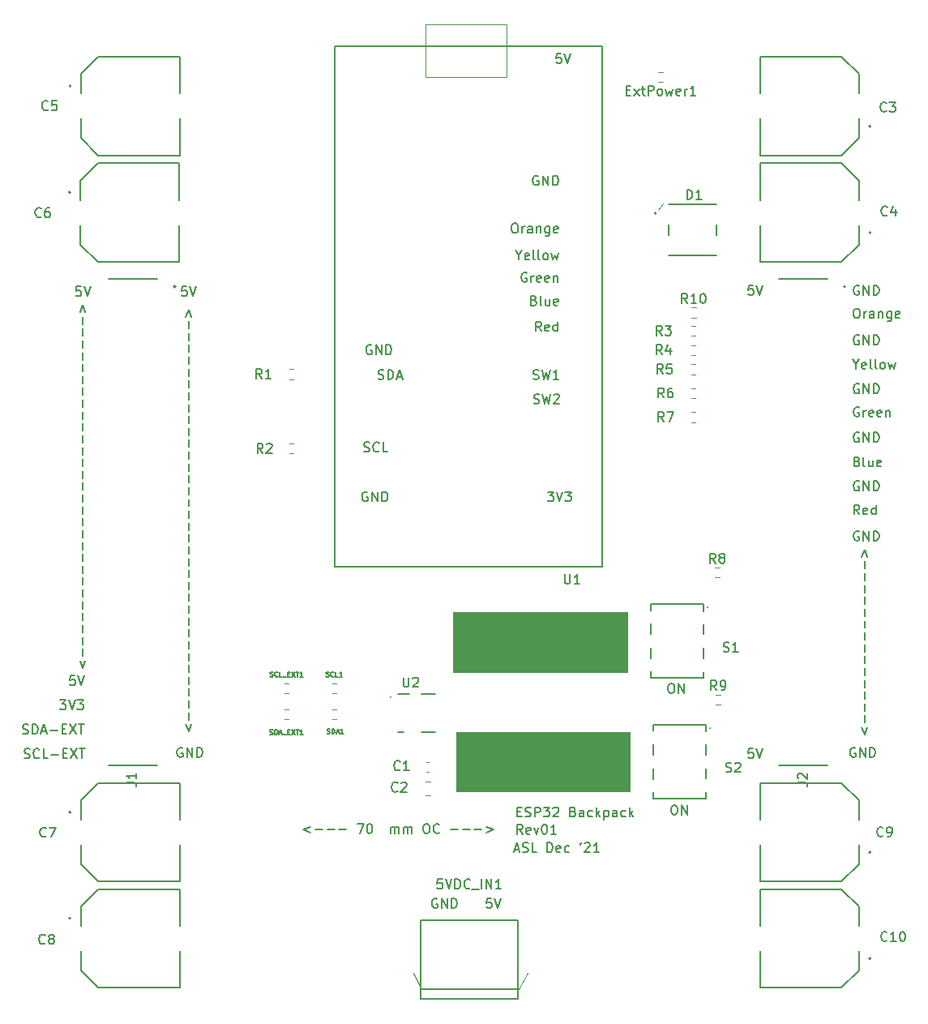
<source format=gbr>
%TF.GenerationSoftware,KiCad,Pcbnew,(5.1.9)-1*%
%TF.CreationDate,2021-12-22T11:22:17-05:00*%
%TF.ProjectId,ESP backpack,45535020-6261-4636-9b70-61636b2e6b69,rev?*%
%TF.SameCoordinates,Original*%
%TF.FileFunction,Legend,Top*%
%TF.FilePolarity,Positive*%
%FSLAX46Y46*%
G04 Gerber Fmt 4.6, Leading zero omitted, Abs format (unit mm)*
G04 Created by KiCad (PCBNEW (5.1.9)-1) date 2021-12-22 11:22:17*
%MOMM*%
%LPD*%
G01*
G04 APERTURE LIST*
%ADD10C,0.100000*%
%ADD11C,0.150000*%
%ADD12C,0.200000*%
%ADD13C,0.127000*%
%ADD14C,0.120000*%
G04 APERTURE END LIST*
D10*
G36*
X66903600Y-78079600D02*
G01*
X48717200Y-78079600D01*
X48717200Y-71882000D01*
X66903600Y-71882000D01*
X66903600Y-78079600D01*
G37*
X66903600Y-78079600D02*
X48717200Y-78079600D01*
X48717200Y-71882000D01*
X66903600Y-71882000D01*
X66903600Y-78079600D01*
G36*
X66598800Y-65582800D02*
G01*
X48412400Y-65582800D01*
X48412400Y-59385200D01*
X66598800Y-59385200D01*
X66598800Y-65582800D01*
G37*
X66598800Y-65582800D02*
X48412400Y-65582800D01*
X48412400Y-59385200D01*
X66598800Y-59385200D01*
X66598800Y-65582800D01*
D11*
X57302495Y-13825600D02*
X57207257Y-13777980D01*
X57064400Y-13777980D01*
X56921542Y-13825600D01*
X56826304Y-13920838D01*
X56778685Y-14016076D01*
X56731066Y-14206552D01*
X56731066Y-14349409D01*
X56778685Y-14539885D01*
X56826304Y-14635123D01*
X56921542Y-14730361D01*
X57064400Y-14777980D01*
X57159638Y-14777980D01*
X57302495Y-14730361D01*
X57350114Y-14682742D01*
X57350114Y-14349409D01*
X57159638Y-14349409D01*
X57778685Y-14777980D02*
X57778685Y-13777980D01*
X58350114Y-14777980D01*
X58350114Y-13777980D01*
X58826304Y-14777980D02*
X58826304Y-13777980D01*
X59064400Y-13777980D01*
X59207257Y-13825600D01*
X59302495Y-13920838D01*
X59350114Y-14016076D01*
X59397733Y-14206552D01*
X59397733Y-14349409D01*
X59350114Y-14539885D01*
X59302495Y-14635123D01*
X59207257Y-14730361D01*
X59064400Y-14777980D01*
X58826304Y-14777980D01*
X54756323Y-18756380D02*
X54946800Y-18756380D01*
X55042038Y-18804000D01*
X55137276Y-18899238D01*
X55184895Y-19089714D01*
X55184895Y-19423047D01*
X55137276Y-19613523D01*
X55042038Y-19708761D01*
X54946800Y-19756380D01*
X54756323Y-19756380D01*
X54661085Y-19708761D01*
X54565847Y-19613523D01*
X54518228Y-19423047D01*
X54518228Y-19089714D01*
X54565847Y-18899238D01*
X54661085Y-18804000D01*
X54756323Y-18756380D01*
X55613466Y-19756380D02*
X55613466Y-19089714D01*
X55613466Y-19280190D02*
X55661085Y-19184952D01*
X55708704Y-19137333D01*
X55803942Y-19089714D01*
X55899180Y-19089714D01*
X56661085Y-19756380D02*
X56661085Y-19232571D01*
X56613466Y-19137333D01*
X56518228Y-19089714D01*
X56327752Y-19089714D01*
X56232514Y-19137333D01*
X56661085Y-19708761D02*
X56565847Y-19756380D01*
X56327752Y-19756380D01*
X56232514Y-19708761D01*
X56184895Y-19613523D01*
X56184895Y-19518285D01*
X56232514Y-19423047D01*
X56327752Y-19375428D01*
X56565847Y-19375428D01*
X56661085Y-19327809D01*
X57137276Y-19089714D02*
X57137276Y-19756380D01*
X57137276Y-19184952D02*
X57184895Y-19137333D01*
X57280133Y-19089714D01*
X57422990Y-19089714D01*
X57518228Y-19137333D01*
X57565847Y-19232571D01*
X57565847Y-19756380D01*
X58470609Y-19089714D02*
X58470609Y-19899238D01*
X58422990Y-19994476D01*
X58375371Y-20042095D01*
X58280133Y-20089714D01*
X58137276Y-20089714D01*
X58042038Y-20042095D01*
X58470609Y-19708761D02*
X58375371Y-19756380D01*
X58184895Y-19756380D01*
X58089657Y-19708761D01*
X58042038Y-19661142D01*
X57994419Y-19565904D01*
X57994419Y-19280190D01*
X58042038Y-19184952D01*
X58089657Y-19137333D01*
X58184895Y-19089714D01*
X58375371Y-19089714D01*
X58470609Y-19137333D01*
X59327752Y-19708761D02*
X59232514Y-19756380D01*
X59042038Y-19756380D01*
X58946800Y-19708761D01*
X58899180Y-19613523D01*
X58899180Y-19232571D01*
X58946800Y-19137333D01*
X59042038Y-19089714D01*
X59232514Y-19089714D01*
X59327752Y-19137333D01*
X59375371Y-19232571D01*
X59375371Y-19327809D01*
X58899180Y-19423047D01*
X55280133Y-22074190D02*
X55280133Y-22550380D01*
X54946800Y-21550380D02*
X55280133Y-22074190D01*
X55613466Y-21550380D01*
X56327752Y-22502761D02*
X56232514Y-22550380D01*
X56042038Y-22550380D01*
X55946800Y-22502761D01*
X55899181Y-22407523D01*
X55899181Y-22026571D01*
X55946800Y-21931333D01*
X56042038Y-21883714D01*
X56232514Y-21883714D01*
X56327752Y-21931333D01*
X56375371Y-22026571D01*
X56375371Y-22121809D01*
X55899181Y-22217047D01*
X56946800Y-22550380D02*
X56851562Y-22502761D01*
X56803943Y-22407523D01*
X56803943Y-21550380D01*
X57470609Y-22550380D02*
X57375371Y-22502761D01*
X57327752Y-22407523D01*
X57327752Y-21550380D01*
X57994419Y-22550380D02*
X57899181Y-22502761D01*
X57851562Y-22455142D01*
X57803943Y-22359904D01*
X57803943Y-22074190D01*
X57851562Y-21978952D01*
X57899181Y-21931333D01*
X57994419Y-21883714D01*
X58137276Y-21883714D01*
X58232514Y-21931333D01*
X58280133Y-21978952D01*
X58327752Y-22074190D01*
X58327752Y-22359904D01*
X58280133Y-22455142D01*
X58232514Y-22502761D01*
X58137276Y-22550380D01*
X57994419Y-22550380D01*
X58661085Y-21883714D02*
X58851562Y-22550380D01*
X59042038Y-22074190D01*
X59232514Y-22550380D01*
X59422990Y-21883714D01*
X56089657Y-23934800D02*
X55994419Y-23887180D01*
X55851561Y-23887180D01*
X55708704Y-23934800D01*
X55613466Y-24030038D01*
X55565847Y-24125276D01*
X55518228Y-24315752D01*
X55518228Y-24458609D01*
X55565847Y-24649085D01*
X55613466Y-24744323D01*
X55708704Y-24839561D01*
X55851561Y-24887180D01*
X55946800Y-24887180D01*
X56089657Y-24839561D01*
X56137276Y-24791942D01*
X56137276Y-24458609D01*
X55946800Y-24458609D01*
X56565847Y-24887180D02*
X56565847Y-24220514D01*
X56565847Y-24410990D02*
X56613466Y-24315752D01*
X56661085Y-24268133D01*
X56756323Y-24220514D01*
X56851561Y-24220514D01*
X57565847Y-24839561D02*
X57470609Y-24887180D01*
X57280133Y-24887180D01*
X57184895Y-24839561D01*
X57137276Y-24744323D01*
X57137276Y-24363371D01*
X57184895Y-24268133D01*
X57280133Y-24220514D01*
X57470609Y-24220514D01*
X57565847Y-24268133D01*
X57613466Y-24363371D01*
X57613466Y-24458609D01*
X57137276Y-24553847D01*
X58422990Y-24839561D02*
X58327752Y-24887180D01*
X58137276Y-24887180D01*
X58042038Y-24839561D01*
X57994419Y-24744323D01*
X57994419Y-24363371D01*
X58042038Y-24268133D01*
X58137276Y-24220514D01*
X58327752Y-24220514D01*
X58422990Y-24268133D01*
X58470609Y-24363371D01*
X58470609Y-24458609D01*
X57994419Y-24553847D01*
X58899180Y-24220514D02*
X58899180Y-24887180D01*
X58899180Y-24315752D02*
X58946800Y-24268133D01*
X59042038Y-24220514D01*
X59184895Y-24220514D01*
X59280133Y-24268133D01*
X59327752Y-24363371D01*
X59327752Y-24887180D01*
X56851562Y-26801771D02*
X56994419Y-26849390D01*
X57042038Y-26897009D01*
X57089657Y-26992247D01*
X57089657Y-27135104D01*
X57042038Y-27230342D01*
X56994419Y-27277961D01*
X56899181Y-27325580D01*
X56518229Y-27325580D01*
X56518229Y-26325580D01*
X56851562Y-26325580D01*
X56946800Y-26373200D01*
X56994419Y-26420819D01*
X57042038Y-26516057D01*
X57042038Y-26611295D01*
X56994419Y-26706533D01*
X56946800Y-26754152D01*
X56851562Y-26801771D01*
X56518229Y-26801771D01*
X57661086Y-27325580D02*
X57565848Y-27277961D01*
X57518229Y-27182723D01*
X57518229Y-26325580D01*
X58470610Y-26658914D02*
X58470610Y-27325580D01*
X58042038Y-26658914D02*
X58042038Y-27182723D01*
X58089657Y-27277961D01*
X58184895Y-27325580D01*
X58327752Y-27325580D01*
X58422991Y-27277961D01*
X58470610Y-27230342D01*
X59327752Y-27277961D02*
X59232514Y-27325580D01*
X59042038Y-27325580D01*
X58946800Y-27277961D01*
X58899181Y-27182723D01*
X58899181Y-26801771D01*
X58946800Y-26706533D01*
X59042038Y-26658914D01*
X59232514Y-26658914D01*
X59327752Y-26706533D01*
X59375371Y-26801771D01*
X59375371Y-26897009D01*
X58899181Y-26992247D01*
X57613466Y-30017980D02*
X57280133Y-29541790D01*
X57042037Y-30017980D02*
X57042037Y-29017980D01*
X57422990Y-29017980D01*
X57518228Y-29065600D01*
X57565847Y-29113219D01*
X57613466Y-29208457D01*
X57613466Y-29351314D01*
X57565847Y-29446552D01*
X57518228Y-29494171D01*
X57422990Y-29541790D01*
X57042037Y-29541790D01*
X58422990Y-29970361D02*
X58327752Y-30017980D01*
X58137275Y-30017980D01*
X58042037Y-29970361D01*
X57994418Y-29875123D01*
X57994418Y-29494171D01*
X58042037Y-29398933D01*
X58137275Y-29351314D01*
X58327752Y-29351314D01*
X58422990Y-29398933D01*
X58470609Y-29494171D01*
X58470609Y-29589409D01*
X57994418Y-29684647D01*
X59327752Y-30017980D02*
X59327752Y-29017980D01*
X59327752Y-29970361D02*
X59232514Y-30017980D01*
X59042037Y-30017980D01*
X58946799Y-29970361D01*
X58899180Y-29922742D01*
X58851561Y-29827504D01*
X58851561Y-29541790D01*
X58899180Y-29446552D01*
X58946799Y-29398933D01*
X59042037Y-29351314D01*
X59232514Y-29351314D01*
X59327752Y-29398933D01*
X56832666Y-37539561D02*
X56975523Y-37587180D01*
X57213619Y-37587180D01*
X57308857Y-37539561D01*
X57356476Y-37491942D01*
X57404095Y-37396704D01*
X57404095Y-37301466D01*
X57356476Y-37206228D01*
X57308857Y-37158609D01*
X57213619Y-37110990D01*
X57023142Y-37063371D01*
X56927904Y-37015752D01*
X56880285Y-36968133D01*
X56832666Y-36872895D01*
X56832666Y-36777657D01*
X56880285Y-36682419D01*
X56927904Y-36634800D01*
X57023142Y-36587180D01*
X57261238Y-36587180D01*
X57404095Y-36634800D01*
X57737428Y-36587180D02*
X57975523Y-37587180D01*
X58166000Y-36872895D01*
X58356476Y-37587180D01*
X58594571Y-36587180D01*
X58927904Y-36682419D02*
X58975523Y-36634800D01*
X59070761Y-36587180D01*
X59308857Y-36587180D01*
X59404095Y-36634800D01*
X59451714Y-36682419D01*
X59499333Y-36777657D01*
X59499333Y-36872895D01*
X59451714Y-37015752D01*
X58880285Y-37587180D01*
X59499333Y-37587180D01*
X56781866Y-34999561D02*
X56924723Y-35047180D01*
X57162819Y-35047180D01*
X57258057Y-34999561D01*
X57305676Y-34951942D01*
X57353295Y-34856704D01*
X57353295Y-34761466D01*
X57305676Y-34666228D01*
X57258057Y-34618609D01*
X57162819Y-34570990D01*
X56972342Y-34523371D01*
X56877104Y-34475752D01*
X56829485Y-34428133D01*
X56781866Y-34332895D01*
X56781866Y-34237657D01*
X56829485Y-34142419D01*
X56877104Y-34094800D01*
X56972342Y-34047180D01*
X57210438Y-34047180D01*
X57353295Y-34094800D01*
X57686628Y-34047180D02*
X57924723Y-35047180D01*
X58115200Y-34332895D01*
X58305676Y-35047180D01*
X58543771Y-34047180D01*
X59448533Y-35047180D02*
X58877104Y-35047180D01*
X59162819Y-35047180D02*
X59162819Y-34047180D01*
X59067580Y-34190038D01*
X58972342Y-34285276D01*
X58877104Y-34332895D01*
X39878095Y-31504000D02*
X39782857Y-31456380D01*
X39640000Y-31456380D01*
X39497142Y-31504000D01*
X39401904Y-31599238D01*
X39354285Y-31694476D01*
X39306666Y-31884952D01*
X39306666Y-32027809D01*
X39354285Y-32218285D01*
X39401904Y-32313523D01*
X39497142Y-32408761D01*
X39640000Y-32456380D01*
X39735238Y-32456380D01*
X39878095Y-32408761D01*
X39925714Y-32361142D01*
X39925714Y-32027809D01*
X39735238Y-32027809D01*
X40354285Y-32456380D02*
X40354285Y-31456380D01*
X40925714Y-32456380D01*
X40925714Y-31456380D01*
X41401904Y-32456380D02*
X41401904Y-31456380D01*
X41640000Y-31456380D01*
X41782857Y-31504000D01*
X41878095Y-31599238D01*
X41925714Y-31694476D01*
X41973333Y-31884952D01*
X41973333Y-32027809D01*
X41925714Y-32218285D01*
X41878095Y-32313523D01*
X41782857Y-32408761D01*
X41640000Y-32456380D01*
X41401904Y-32456380D01*
X40594114Y-34999561D02*
X40736971Y-35047180D01*
X40975066Y-35047180D01*
X41070304Y-34999561D01*
X41117923Y-34951942D01*
X41165542Y-34856704D01*
X41165542Y-34761466D01*
X41117923Y-34666228D01*
X41070304Y-34618609D01*
X40975066Y-34570990D01*
X40784590Y-34523371D01*
X40689352Y-34475752D01*
X40641733Y-34428133D01*
X40594114Y-34332895D01*
X40594114Y-34237657D01*
X40641733Y-34142419D01*
X40689352Y-34094800D01*
X40784590Y-34047180D01*
X41022685Y-34047180D01*
X41165542Y-34094800D01*
X41594114Y-35047180D02*
X41594114Y-34047180D01*
X41832209Y-34047180D01*
X41975066Y-34094800D01*
X42070304Y-34190038D01*
X42117923Y-34285276D01*
X42165542Y-34475752D01*
X42165542Y-34618609D01*
X42117923Y-34809085D01*
X42070304Y-34904323D01*
X41975066Y-34999561D01*
X41832209Y-35047180D01*
X41594114Y-35047180D01*
X42546495Y-34761466D02*
X43022685Y-34761466D01*
X42451257Y-35047180D02*
X42784590Y-34047180D01*
X43117923Y-35047180D01*
X39093923Y-42568761D02*
X39236780Y-42616380D01*
X39474876Y-42616380D01*
X39570114Y-42568761D01*
X39617733Y-42521142D01*
X39665352Y-42425904D01*
X39665352Y-42330666D01*
X39617733Y-42235428D01*
X39570114Y-42187809D01*
X39474876Y-42140190D01*
X39284400Y-42092571D01*
X39189161Y-42044952D01*
X39141542Y-41997333D01*
X39093923Y-41902095D01*
X39093923Y-41806857D01*
X39141542Y-41711619D01*
X39189161Y-41664000D01*
X39284400Y-41616380D01*
X39522495Y-41616380D01*
X39665352Y-41664000D01*
X40665352Y-42521142D02*
X40617733Y-42568761D01*
X40474876Y-42616380D01*
X40379638Y-42616380D01*
X40236780Y-42568761D01*
X40141542Y-42473523D01*
X40093923Y-42378285D01*
X40046304Y-42187809D01*
X40046304Y-42044952D01*
X40093923Y-41854476D01*
X40141542Y-41759238D01*
X40236780Y-41664000D01*
X40379638Y-41616380D01*
X40474876Y-41616380D01*
X40617733Y-41664000D01*
X40665352Y-41711619D01*
X41570114Y-42616380D02*
X41093923Y-42616380D01*
X41093923Y-41616380D01*
X39471695Y-46845600D02*
X39376457Y-46797980D01*
X39233600Y-46797980D01*
X39090742Y-46845600D01*
X38995504Y-46940838D01*
X38947885Y-47036076D01*
X38900266Y-47226552D01*
X38900266Y-47369409D01*
X38947885Y-47559885D01*
X38995504Y-47655123D01*
X39090742Y-47750361D01*
X39233600Y-47797980D01*
X39328838Y-47797980D01*
X39471695Y-47750361D01*
X39519314Y-47702742D01*
X39519314Y-47369409D01*
X39328838Y-47369409D01*
X39947885Y-47797980D02*
X39947885Y-46797980D01*
X40519314Y-47797980D01*
X40519314Y-46797980D01*
X40995504Y-47797980D02*
X40995504Y-46797980D01*
X41233600Y-46797980D01*
X41376457Y-46845600D01*
X41471695Y-46940838D01*
X41519314Y-47036076D01*
X41566933Y-47226552D01*
X41566933Y-47369409D01*
X41519314Y-47559885D01*
X41471695Y-47655123D01*
X41376457Y-47750361D01*
X41233600Y-47797980D01*
X40995504Y-47797980D01*
X58299504Y-46797980D02*
X58918552Y-46797980D01*
X58585219Y-47178933D01*
X58728076Y-47178933D01*
X58823314Y-47226552D01*
X58870933Y-47274171D01*
X58918552Y-47369409D01*
X58918552Y-47607504D01*
X58870933Y-47702742D01*
X58823314Y-47750361D01*
X58728076Y-47797980D01*
X58442361Y-47797980D01*
X58347123Y-47750361D01*
X58299504Y-47702742D01*
X59204266Y-46797980D02*
X59537600Y-47797980D01*
X59870933Y-46797980D01*
X60109028Y-46797980D02*
X60728076Y-46797980D01*
X60394742Y-47178933D01*
X60537600Y-47178933D01*
X60632838Y-47226552D01*
X60680457Y-47274171D01*
X60728076Y-47369409D01*
X60728076Y-47607504D01*
X60680457Y-47702742D01*
X60632838Y-47750361D01*
X60537600Y-47797980D01*
X60251885Y-47797980D01*
X60156647Y-47750361D01*
X60109028Y-47702742D01*
X59702723Y-1027180D02*
X59226533Y-1027180D01*
X59178914Y-1503371D01*
X59226533Y-1455752D01*
X59321771Y-1408133D01*
X59559866Y-1408133D01*
X59655104Y-1455752D01*
X59702723Y-1503371D01*
X59750342Y-1598609D01*
X59750342Y-1836704D01*
X59702723Y-1931942D01*
X59655104Y-1979561D01*
X59559866Y-2027180D01*
X59321771Y-2027180D01*
X59226533Y-1979561D01*
X59178914Y-1931942D01*
X60036057Y-1027180D02*
X60369390Y-2027180D01*
X60702723Y-1027180D01*
X7338404Y-68540380D02*
X7957452Y-68540380D01*
X7624119Y-68921333D01*
X7766976Y-68921333D01*
X7862214Y-68968952D01*
X7909833Y-69016571D01*
X7957452Y-69111809D01*
X7957452Y-69349904D01*
X7909833Y-69445142D01*
X7862214Y-69492761D01*
X7766976Y-69540380D01*
X7481261Y-69540380D01*
X7386023Y-69492761D01*
X7338404Y-69445142D01*
X8243166Y-68540380D02*
X8576500Y-69540380D01*
X8909833Y-68540380D01*
X9147928Y-68540380D02*
X9766976Y-68540380D01*
X9433642Y-68921333D01*
X9576500Y-68921333D01*
X9671738Y-68968952D01*
X9719357Y-69016571D01*
X9766976Y-69111809D01*
X9766976Y-69349904D01*
X9719357Y-69445142D01*
X9671738Y-69492761D01*
X9576500Y-69540380D01*
X9290785Y-69540380D01*
X9195547Y-69492761D01*
X9147928Y-69445142D01*
X3461142Y-72032761D02*
X3604000Y-72080380D01*
X3842095Y-72080380D01*
X3937333Y-72032761D01*
X3984952Y-71985142D01*
X4032571Y-71889904D01*
X4032571Y-71794666D01*
X3984952Y-71699428D01*
X3937333Y-71651809D01*
X3842095Y-71604190D01*
X3651619Y-71556571D01*
X3556380Y-71508952D01*
X3508761Y-71461333D01*
X3461142Y-71366095D01*
X3461142Y-71270857D01*
X3508761Y-71175619D01*
X3556380Y-71128000D01*
X3651619Y-71080380D01*
X3889714Y-71080380D01*
X4032571Y-71128000D01*
X4461142Y-72080380D02*
X4461142Y-71080380D01*
X4699238Y-71080380D01*
X4842095Y-71128000D01*
X4937333Y-71223238D01*
X4984952Y-71318476D01*
X5032571Y-71508952D01*
X5032571Y-71651809D01*
X4984952Y-71842285D01*
X4937333Y-71937523D01*
X4842095Y-72032761D01*
X4699238Y-72080380D01*
X4461142Y-72080380D01*
X5413523Y-71794666D02*
X5889714Y-71794666D01*
X5318285Y-72080380D02*
X5651619Y-71080380D01*
X5984952Y-72080380D01*
X6318285Y-71699428D02*
X7080190Y-71699428D01*
X7556380Y-71556571D02*
X7889714Y-71556571D01*
X8032571Y-72080380D02*
X7556380Y-72080380D01*
X7556380Y-71080380D01*
X8032571Y-71080380D01*
X8365904Y-71080380D02*
X9032571Y-72080380D01*
X9032571Y-71080380D02*
X8365904Y-72080380D01*
X9270666Y-71080380D02*
X9842095Y-71080380D01*
X9556380Y-72080380D02*
X9556380Y-71080380D01*
X20133595Y-73541000D02*
X20038357Y-73493380D01*
X19895500Y-73493380D01*
X19752642Y-73541000D01*
X19657404Y-73636238D01*
X19609785Y-73731476D01*
X19562166Y-73921952D01*
X19562166Y-74064809D01*
X19609785Y-74255285D01*
X19657404Y-74350523D01*
X19752642Y-74445761D01*
X19895500Y-74493380D01*
X19990738Y-74493380D01*
X20133595Y-74445761D01*
X20181214Y-74398142D01*
X20181214Y-74064809D01*
X19990738Y-74064809D01*
X20609785Y-74493380D02*
X20609785Y-73493380D01*
X21181214Y-74493380D01*
X21181214Y-73493380D01*
X21657404Y-74493380D02*
X21657404Y-73493380D01*
X21895500Y-73493380D01*
X22038357Y-73541000D01*
X22133595Y-73636238D01*
X22181214Y-73731476D01*
X22228833Y-73921952D01*
X22228833Y-74064809D01*
X22181214Y-74255285D01*
X22133595Y-74350523D01*
X22038357Y-74445761D01*
X21895500Y-74493380D01*
X21657404Y-74493380D01*
X3611952Y-74572761D02*
X3754809Y-74620380D01*
X3992904Y-74620380D01*
X4088142Y-74572761D01*
X4135761Y-74525142D01*
X4183380Y-74429904D01*
X4183380Y-74334666D01*
X4135761Y-74239428D01*
X4088142Y-74191809D01*
X3992904Y-74144190D01*
X3802428Y-74096571D01*
X3707190Y-74048952D01*
X3659571Y-74001333D01*
X3611952Y-73906095D01*
X3611952Y-73810857D01*
X3659571Y-73715619D01*
X3707190Y-73668000D01*
X3802428Y-73620380D01*
X4040523Y-73620380D01*
X4183380Y-73668000D01*
X5183380Y-74525142D02*
X5135761Y-74572761D01*
X4992904Y-74620380D01*
X4897666Y-74620380D01*
X4754809Y-74572761D01*
X4659571Y-74477523D01*
X4611952Y-74382285D01*
X4564333Y-74191809D01*
X4564333Y-74048952D01*
X4611952Y-73858476D01*
X4659571Y-73763238D01*
X4754809Y-73668000D01*
X4897666Y-73620380D01*
X4992904Y-73620380D01*
X5135761Y-73668000D01*
X5183380Y-73715619D01*
X6088142Y-74620380D02*
X5611952Y-74620380D01*
X5611952Y-73620380D01*
X6421476Y-74239428D02*
X7183380Y-74239428D01*
X7659571Y-74096571D02*
X7992904Y-74096571D01*
X8135761Y-74620380D02*
X7659571Y-74620380D01*
X7659571Y-73620380D01*
X8135761Y-73620380D01*
X8469095Y-73620380D02*
X9135761Y-74620380D01*
X9135761Y-73620380D02*
X8469095Y-74620380D01*
X9373857Y-73620380D02*
X9945285Y-73620380D01*
X9659571Y-74620380D02*
X9659571Y-73620380D01*
X71415352Y-79513180D02*
X71605828Y-79513180D01*
X71701066Y-79560800D01*
X71796304Y-79656038D01*
X71843923Y-79846514D01*
X71843923Y-80179847D01*
X71796304Y-80370323D01*
X71701066Y-80465561D01*
X71605828Y-80513180D01*
X71415352Y-80513180D01*
X71320114Y-80465561D01*
X71224876Y-80370323D01*
X71177257Y-80179847D01*
X71177257Y-79846514D01*
X71224876Y-79656038D01*
X71320114Y-79560800D01*
X71415352Y-79513180D01*
X72272495Y-80513180D02*
X72272495Y-79513180D01*
X72843923Y-80513180D01*
X72843923Y-79513180D01*
X71110552Y-66813180D02*
X71301028Y-66813180D01*
X71396266Y-66860800D01*
X71491504Y-66956038D01*
X71539123Y-67146514D01*
X71539123Y-67479847D01*
X71491504Y-67670323D01*
X71396266Y-67765561D01*
X71301028Y-67813180D01*
X71110552Y-67813180D01*
X71015314Y-67765561D01*
X70920076Y-67670323D01*
X70872457Y-67479847D01*
X70872457Y-67146514D01*
X70920076Y-66956038D01*
X71015314Y-66860800D01*
X71110552Y-66813180D01*
X71967695Y-67813180D02*
X71967695Y-66813180D01*
X72539123Y-67813180D01*
X72539123Y-66813180D01*
X20486714Y-71069714D02*
X20772428Y-71831619D01*
X21058142Y-71069714D01*
X20772428Y-70593523D02*
X20772428Y-69831619D01*
X20772428Y-69355428D02*
X20772428Y-68593523D01*
X20772428Y-68117333D02*
X20772428Y-67355428D01*
X20772428Y-66879238D02*
X20772428Y-66117333D01*
X20772428Y-65641142D02*
X20772428Y-64879238D01*
X20772428Y-64403047D02*
X20772428Y-63641142D01*
X20772428Y-63164952D02*
X20772428Y-62403047D01*
X20772428Y-61926857D02*
X20772428Y-61164952D01*
X20772428Y-60688761D02*
X20772428Y-59926857D01*
X20772428Y-59450666D02*
X20772428Y-58688761D01*
X20772428Y-58212571D02*
X20772428Y-57450666D01*
X20772428Y-56974476D02*
X20772428Y-56212571D01*
X20772428Y-55736380D02*
X20772428Y-54974476D01*
X20772428Y-54498285D02*
X20772428Y-53736380D01*
X20772428Y-53260190D02*
X20772428Y-52498285D01*
X20772428Y-52022095D02*
X20772428Y-51260190D01*
X20772428Y-50784000D02*
X20772428Y-50022095D01*
X20772428Y-49545904D02*
X20772428Y-48784000D01*
X20772428Y-48307809D02*
X20772428Y-47545904D01*
X20772428Y-47069714D02*
X20772428Y-46307809D01*
X20772428Y-45831619D02*
X20772428Y-45069714D01*
X20772428Y-44593523D02*
X20772428Y-43831619D01*
X20772428Y-43355428D02*
X20772428Y-42593523D01*
X20772428Y-42117333D02*
X20772428Y-41355428D01*
X20772428Y-40879238D02*
X20772428Y-40117333D01*
X20772428Y-39641142D02*
X20772428Y-38879238D01*
X20772428Y-38403047D02*
X20772428Y-37641142D01*
X20772428Y-37164952D02*
X20772428Y-36403047D01*
X20772428Y-35926857D02*
X20772428Y-35164952D01*
X20772428Y-34688761D02*
X20772428Y-33926857D01*
X20772428Y-33450666D02*
X20772428Y-32688761D01*
X20772428Y-32212571D02*
X20772428Y-31450666D01*
X20772428Y-30974476D02*
X20772428Y-30212571D01*
X20772428Y-29736380D02*
X20772428Y-28974476D01*
X20486714Y-28498285D02*
X20772428Y-27736380D01*
X21058142Y-28498285D01*
X20578023Y-25360380D02*
X20101833Y-25360380D01*
X20054214Y-25836571D01*
X20101833Y-25788952D01*
X20197071Y-25741333D01*
X20435166Y-25741333D01*
X20530404Y-25788952D01*
X20578023Y-25836571D01*
X20625642Y-25931809D01*
X20625642Y-26169904D01*
X20578023Y-26265142D01*
X20530404Y-26312761D01*
X20435166Y-26360380D01*
X20197071Y-26360380D01*
X20101833Y-26312761D01*
X20054214Y-26265142D01*
X20911357Y-25360380D02*
X21244690Y-26360380D01*
X21578023Y-25360380D01*
X9529023Y-25360380D02*
X9052833Y-25360380D01*
X9005214Y-25836571D01*
X9052833Y-25788952D01*
X9148071Y-25741333D01*
X9386166Y-25741333D01*
X9481404Y-25788952D01*
X9529023Y-25836571D01*
X9576642Y-25931809D01*
X9576642Y-26169904D01*
X9529023Y-26265142D01*
X9481404Y-26312761D01*
X9386166Y-26360380D01*
X9148071Y-26360380D01*
X9052833Y-26312761D01*
X9005214Y-26265142D01*
X9862357Y-25360380D02*
X10195690Y-26360380D01*
X10529023Y-25360380D01*
X8894023Y-66000380D02*
X8417833Y-66000380D01*
X8370214Y-66476571D01*
X8417833Y-66428952D01*
X8513071Y-66381333D01*
X8751166Y-66381333D01*
X8846404Y-66428952D01*
X8894023Y-66476571D01*
X8941642Y-66571809D01*
X8941642Y-66809904D01*
X8894023Y-66905142D01*
X8846404Y-66952761D01*
X8751166Y-67000380D01*
X8513071Y-67000380D01*
X8417833Y-66952761D01*
X8370214Y-66905142D01*
X9227357Y-66000380D02*
X9560690Y-67000380D01*
X9894023Y-66000380D01*
X9437714Y-64418476D02*
X9723428Y-65180380D01*
X10009142Y-64418476D01*
X9723428Y-63942285D02*
X9723428Y-63180380D01*
X9723428Y-62704190D02*
X9723428Y-61942285D01*
X9723428Y-61466095D02*
X9723428Y-60704190D01*
X9723428Y-60228000D02*
X9723428Y-59466095D01*
X9723428Y-58989904D02*
X9723428Y-58228000D01*
X9723428Y-57751809D02*
X9723428Y-56989904D01*
X9723428Y-56513714D02*
X9723428Y-55751809D01*
X9723428Y-55275619D02*
X9723428Y-54513714D01*
X9723428Y-54037523D02*
X9723428Y-53275619D01*
X9723428Y-52799428D02*
X9723428Y-52037523D01*
X9723428Y-51561333D02*
X9723428Y-50799428D01*
X9723428Y-50323238D02*
X9723428Y-49561333D01*
X9723428Y-49085142D02*
X9723428Y-48323238D01*
X9723428Y-47847047D02*
X9723428Y-47085142D01*
X9723428Y-46608952D02*
X9723428Y-45847047D01*
X9723428Y-45370857D02*
X9723428Y-44608952D01*
X9723428Y-44132761D02*
X9723428Y-43370857D01*
X9723428Y-42894666D02*
X9723428Y-42132761D01*
X9723428Y-41656571D02*
X9723428Y-40894666D01*
X9723428Y-40418476D02*
X9723428Y-39656571D01*
X9723428Y-39180380D02*
X9723428Y-38418476D01*
X9723428Y-37942285D02*
X9723428Y-37180380D01*
X9723428Y-36704190D02*
X9723428Y-35942285D01*
X9723428Y-35466095D02*
X9723428Y-34704190D01*
X9723428Y-34227999D02*
X9723428Y-33466095D01*
X9723428Y-32989904D02*
X9723428Y-32227999D01*
X9723428Y-31751809D02*
X9723428Y-30989904D01*
X9723428Y-30513714D02*
X9723428Y-29751809D01*
X9723428Y-29275619D02*
X9723428Y-28513714D01*
X9437714Y-28037523D02*
X9723428Y-27275619D01*
X10009142Y-28037523D01*
X79760023Y-73620380D02*
X79283833Y-73620380D01*
X79236214Y-74096571D01*
X79283833Y-74048952D01*
X79379071Y-74001333D01*
X79617166Y-74001333D01*
X79712404Y-74048952D01*
X79760023Y-74096571D01*
X79807642Y-74191809D01*
X79807642Y-74429904D01*
X79760023Y-74525142D01*
X79712404Y-74572761D01*
X79617166Y-74620380D01*
X79379071Y-74620380D01*
X79283833Y-74572761D01*
X79236214Y-74525142D01*
X80093357Y-73620380D02*
X80426690Y-74620380D01*
X80760023Y-73620380D01*
X79760023Y-25233380D02*
X79283833Y-25233380D01*
X79236214Y-25709571D01*
X79283833Y-25661952D01*
X79379071Y-25614333D01*
X79617166Y-25614333D01*
X79712404Y-25661952D01*
X79760023Y-25709571D01*
X79807642Y-25804809D01*
X79807642Y-26042904D01*
X79760023Y-26138142D01*
X79712404Y-26185761D01*
X79617166Y-26233380D01*
X79379071Y-26233380D01*
X79283833Y-26185761D01*
X79236214Y-26138142D01*
X80093357Y-25233380D02*
X80426690Y-26233380D01*
X80760023Y-25233380D01*
X91098714Y-71388761D02*
X91384428Y-72150666D01*
X91670142Y-71388761D01*
X91384428Y-70912571D02*
X91384428Y-70150666D01*
X91384428Y-69674476D02*
X91384428Y-68912571D01*
X91384428Y-68436380D02*
X91384428Y-67674476D01*
X91384428Y-67198285D02*
X91384428Y-66436380D01*
X91384428Y-65960190D02*
X91384428Y-65198285D01*
X91384428Y-64722095D02*
X91384428Y-63960190D01*
X91384428Y-63483999D02*
X91384428Y-62722095D01*
X91384428Y-62245904D02*
X91384428Y-61483999D01*
X91384428Y-61007809D02*
X91384428Y-60245904D01*
X91384428Y-59769714D02*
X91384428Y-59007809D01*
X91384428Y-58531619D02*
X91384428Y-57769714D01*
X91384428Y-57293523D02*
X91384428Y-56531619D01*
X91384428Y-56055428D02*
X91384428Y-55293523D01*
X91384428Y-54817333D02*
X91384428Y-54055428D01*
X91098714Y-53579238D02*
X91384428Y-52817333D01*
X91670142Y-53579238D01*
X90424095Y-73541000D02*
X90328857Y-73493380D01*
X90186000Y-73493380D01*
X90043142Y-73541000D01*
X89947904Y-73636238D01*
X89900285Y-73731476D01*
X89852666Y-73921952D01*
X89852666Y-74064809D01*
X89900285Y-74255285D01*
X89947904Y-74350523D01*
X90043142Y-74445761D01*
X90186000Y-74493380D01*
X90281238Y-74493380D01*
X90424095Y-74445761D01*
X90471714Y-74398142D01*
X90471714Y-74064809D01*
X90281238Y-74064809D01*
X90900285Y-74493380D02*
X90900285Y-73493380D01*
X91471714Y-74493380D01*
X91471714Y-73493380D01*
X91947904Y-74493380D02*
X91947904Y-73493380D01*
X92186000Y-73493380D01*
X92328857Y-73541000D01*
X92424095Y-73636238D01*
X92471714Y-73731476D01*
X92519333Y-73921952D01*
X92519333Y-74064809D01*
X92471714Y-74255285D01*
X92424095Y-74350523D01*
X92328857Y-74445761D01*
X92186000Y-74493380D01*
X91947904Y-74493380D01*
X90805095Y-50935000D02*
X90709857Y-50887380D01*
X90567000Y-50887380D01*
X90424142Y-50935000D01*
X90328904Y-51030238D01*
X90281285Y-51125476D01*
X90233666Y-51315952D01*
X90233666Y-51458809D01*
X90281285Y-51649285D01*
X90328904Y-51744523D01*
X90424142Y-51839761D01*
X90567000Y-51887380D01*
X90662238Y-51887380D01*
X90805095Y-51839761D01*
X90852714Y-51792142D01*
X90852714Y-51458809D01*
X90662238Y-51458809D01*
X91281285Y-51887380D02*
X91281285Y-50887380D01*
X91852714Y-51887380D01*
X91852714Y-50887380D01*
X92328904Y-51887380D02*
X92328904Y-50887380D01*
X92567000Y-50887380D01*
X92709857Y-50935000D01*
X92805095Y-51030238D01*
X92852714Y-51125476D01*
X92900333Y-51315952D01*
X92900333Y-51458809D01*
X92852714Y-51649285D01*
X92805095Y-51744523D01*
X92709857Y-51839761D01*
X92567000Y-51887380D01*
X92328904Y-51887380D01*
X90805095Y-45728000D02*
X90709857Y-45680380D01*
X90567000Y-45680380D01*
X90424142Y-45728000D01*
X90328904Y-45823238D01*
X90281285Y-45918476D01*
X90233666Y-46108952D01*
X90233666Y-46251809D01*
X90281285Y-46442285D01*
X90328904Y-46537523D01*
X90424142Y-46632761D01*
X90567000Y-46680380D01*
X90662238Y-46680380D01*
X90805095Y-46632761D01*
X90852714Y-46585142D01*
X90852714Y-46251809D01*
X90662238Y-46251809D01*
X91281285Y-46680380D02*
X91281285Y-45680380D01*
X91852714Y-46680380D01*
X91852714Y-45680380D01*
X92328904Y-46680380D02*
X92328904Y-45680380D01*
X92567000Y-45680380D01*
X92709857Y-45728000D01*
X92805095Y-45823238D01*
X92852714Y-45918476D01*
X92900333Y-46108952D01*
X92900333Y-46251809D01*
X92852714Y-46442285D01*
X92805095Y-46537523D01*
X92709857Y-46632761D01*
X92567000Y-46680380D01*
X92328904Y-46680380D01*
X90805095Y-40648000D02*
X90709857Y-40600380D01*
X90567000Y-40600380D01*
X90424142Y-40648000D01*
X90328904Y-40743238D01*
X90281285Y-40838476D01*
X90233666Y-41028952D01*
X90233666Y-41171809D01*
X90281285Y-41362285D01*
X90328904Y-41457523D01*
X90424142Y-41552761D01*
X90567000Y-41600380D01*
X90662238Y-41600380D01*
X90805095Y-41552761D01*
X90852714Y-41505142D01*
X90852714Y-41171809D01*
X90662238Y-41171809D01*
X91281285Y-41600380D02*
X91281285Y-40600380D01*
X91852714Y-41600380D01*
X91852714Y-40600380D01*
X92328904Y-41600380D02*
X92328904Y-40600380D01*
X92567000Y-40600380D01*
X92709857Y-40648000D01*
X92805095Y-40743238D01*
X92852714Y-40838476D01*
X92900333Y-41028952D01*
X92900333Y-41171809D01*
X92852714Y-41362285D01*
X92805095Y-41457523D01*
X92709857Y-41552761D01*
X92567000Y-41600380D01*
X92328904Y-41600380D01*
X90805095Y-35568000D02*
X90709857Y-35520380D01*
X90567000Y-35520380D01*
X90424142Y-35568000D01*
X90328904Y-35663238D01*
X90281285Y-35758476D01*
X90233666Y-35948952D01*
X90233666Y-36091809D01*
X90281285Y-36282285D01*
X90328904Y-36377523D01*
X90424142Y-36472761D01*
X90567000Y-36520380D01*
X90662238Y-36520380D01*
X90805095Y-36472761D01*
X90852714Y-36425142D01*
X90852714Y-36091809D01*
X90662238Y-36091809D01*
X91281285Y-36520380D02*
X91281285Y-35520380D01*
X91852714Y-36520380D01*
X91852714Y-35520380D01*
X92328904Y-36520380D02*
X92328904Y-35520380D01*
X92567000Y-35520380D01*
X92709857Y-35568000D01*
X92805095Y-35663238D01*
X92852714Y-35758476D01*
X92900333Y-35948952D01*
X92900333Y-36091809D01*
X92852714Y-36282285D01*
X92805095Y-36377523D01*
X92709857Y-36472761D01*
X92567000Y-36520380D01*
X92328904Y-36520380D01*
X90805095Y-25281000D02*
X90709857Y-25233380D01*
X90567000Y-25233380D01*
X90424142Y-25281000D01*
X90328904Y-25376238D01*
X90281285Y-25471476D01*
X90233666Y-25661952D01*
X90233666Y-25804809D01*
X90281285Y-25995285D01*
X90328904Y-26090523D01*
X90424142Y-26185761D01*
X90567000Y-26233380D01*
X90662238Y-26233380D01*
X90805095Y-26185761D01*
X90852714Y-26138142D01*
X90852714Y-25804809D01*
X90662238Y-25804809D01*
X91281285Y-26233380D02*
X91281285Y-25233380D01*
X91852714Y-26233380D01*
X91852714Y-25233380D01*
X92328904Y-26233380D02*
X92328904Y-25233380D01*
X92567000Y-25233380D01*
X92709857Y-25281000D01*
X92805095Y-25376238D01*
X92852714Y-25471476D01*
X92900333Y-25661952D01*
X92900333Y-25804809D01*
X92852714Y-25995285D01*
X92805095Y-26090523D01*
X92709857Y-26185761D01*
X92567000Y-26233380D01*
X92328904Y-26233380D01*
X90805095Y-30488000D02*
X90709857Y-30440380D01*
X90567000Y-30440380D01*
X90424142Y-30488000D01*
X90328904Y-30583238D01*
X90281285Y-30678476D01*
X90233666Y-30868952D01*
X90233666Y-31011809D01*
X90281285Y-31202285D01*
X90328904Y-31297523D01*
X90424142Y-31392761D01*
X90567000Y-31440380D01*
X90662238Y-31440380D01*
X90805095Y-31392761D01*
X90852714Y-31345142D01*
X90852714Y-31011809D01*
X90662238Y-31011809D01*
X91281285Y-31440380D02*
X91281285Y-30440380D01*
X91852714Y-31440380D01*
X91852714Y-30440380D01*
X92328904Y-31440380D02*
X92328904Y-30440380D01*
X92567000Y-30440380D01*
X92709857Y-30488000D01*
X92805095Y-30583238D01*
X92852714Y-30678476D01*
X92900333Y-30868952D01*
X92900333Y-31011809D01*
X92852714Y-31202285D01*
X92805095Y-31297523D01*
X92709857Y-31392761D01*
X92567000Y-31440380D01*
X92328904Y-31440380D01*
X33533333Y-81785714D02*
X32771428Y-82071428D01*
X33533333Y-82357142D01*
X34009523Y-82071428D02*
X34771428Y-82071428D01*
X35247619Y-82071428D02*
X36009523Y-82071428D01*
X36485714Y-82071428D02*
X37247619Y-82071428D01*
X38390476Y-81452380D02*
X39057142Y-81452380D01*
X38628571Y-82452380D01*
X39628571Y-81452380D02*
X39723809Y-81452380D01*
X39819047Y-81500000D01*
X39866666Y-81547619D01*
X39914285Y-81642857D01*
X39961904Y-81833333D01*
X39961904Y-82071428D01*
X39914285Y-82261904D01*
X39866666Y-82357142D01*
X39819047Y-82404761D01*
X39723809Y-82452380D01*
X39628571Y-82452380D01*
X39533333Y-82404761D01*
X39485714Y-82357142D01*
X39438095Y-82261904D01*
X39390476Y-82071428D01*
X39390476Y-81833333D01*
X39438095Y-81642857D01*
X39485714Y-81547619D01*
X39533333Y-81500000D01*
X39628571Y-81452380D01*
X41914285Y-82452380D02*
X41914285Y-81785714D01*
X41914285Y-81880952D02*
X41961904Y-81833333D01*
X42057142Y-81785714D01*
X42200000Y-81785714D01*
X42295238Y-81833333D01*
X42342857Y-81928571D01*
X42342857Y-82452380D01*
X42342857Y-81928571D02*
X42390476Y-81833333D01*
X42485714Y-81785714D01*
X42628571Y-81785714D01*
X42723809Y-81833333D01*
X42771428Y-81928571D01*
X42771428Y-82452380D01*
X43247619Y-82452380D02*
X43247619Y-81785714D01*
X43247619Y-81880952D02*
X43295238Y-81833333D01*
X43390476Y-81785714D01*
X43533333Y-81785714D01*
X43628571Y-81833333D01*
X43676190Y-81928571D01*
X43676190Y-82452380D01*
X43676190Y-81928571D02*
X43723809Y-81833333D01*
X43819047Y-81785714D01*
X43961904Y-81785714D01*
X44057142Y-81833333D01*
X44104761Y-81928571D01*
X44104761Y-82452380D01*
X45533333Y-81452380D02*
X45723809Y-81452380D01*
X45819047Y-81500000D01*
X45914285Y-81595238D01*
X45961904Y-81785714D01*
X45961904Y-82119047D01*
X45914285Y-82309523D01*
X45819047Y-82404761D01*
X45723809Y-82452380D01*
X45533333Y-82452380D01*
X45438095Y-82404761D01*
X45342857Y-82309523D01*
X45295238Y-82119047D01*
X45295238Y-81785714D01*
X45342857Y-81595238D01*
X45438095Y-81500000D01*
X45533333Y-81452380D01*
X46961904Y-82357142D02*
X46914285Y-82404761D01*
X46771428Y-82452380D01*
X46676190Y-82452380D01*
X46533333Y-82404761D01*
X46438095Y-82309523D01*
X46390476Y-82214285D01*
X46342857Y-82023809D01*
X46342857Y-81880952D01*
X46390476Y-81690476D01*
X46438095Y-81595238D01*
X46533333Y-81500000D01*
X46676190Y-81452380D01*
X46771428Y-81452380D01*
X46914285Y-81500000D01*
X46961904Y-81547619D01*
X48152380Y-82071428D02*
X48914285Y-82071428D01*
X49390476Y-82071428D02*
X50152380Y-82071428D01*
X50628571Y-82071428D02*
X51390476Y-82071428D01*
X51866666Y-81785714D02*
X52628571Y-82071428D01*
X51866666Y-82357142D01*
X54814266Y-84139866D02*
X55290457Y-84139866D01*
X54719028Y-84425580D02*
X55052361Y-83425580D01*
X55385695Y-84425580D01*
X55671409Y-84377961D02*
X55814266Y-84425580D01*
X56052361Y-84425580D01*
X56147599Y-84377961D01*
X56195218Y-84330342D01*
X56242838Y-84235104D01*
X56242838Y-84139866D01*
X56195218Y-84044628D01*
X56147599Y-83997009D01*
X56052361Y-83949390D01*
X55861885Y-83901771D01*
X55766647Y-83854152D01*
X55719028Y-83806533D01*
X55671409Y-83711295D01*
X55671409Y-83616057D01*
X55719028Y-83520819D01*
X55766647Y-83473200D01*
X55861885Y-83425580D01*
X56099980Y-83425580D01*
X56242838Y-83473200D01*
X57147599Y-84425580D02*
X56671409Y-84425580D01*
X56671409Y-83425580D01*
X58242838Y-84425580D02*
X58242838Y-83425580D01*
X58480933Y-83425580D01*
X58623790Y-83473200D01*
X58719028Y-83568438D01*
X58766647Y-83663676D01*
X58814266Y-83854152D01*
X58814266Y-83997009D01*
X58766647Y-84187485D01*
X58719028Y-84282723D01*
X58623790Y-84377961D01*
X58480933Y-84425580D01*
X58242838Y-84425580D01*
X59623790Y-84377961D02*
X59528552Y-84425580D01*
X59338076Y-84425580D01*
X59242838Y-84377961D01*
X59195218Y-84282723D01*
X59195218Y-83901771D01*
X59242838Y-83806533D01*
X59338076Y-83758914D01*
X59528552Y-83758914D01*
X59623790Y-83806533D01*
X59671409Y-83901771D01*
X59671409Y-83997009D01*
X59195218Y-84092247D01*
X60528552Y-84377961D02*
X60433314Y-84425580D01*
X60242838Y-84425580D01*
X60147599Y-84377961D01*
X60099980Y-84330342D01*
X60052361Y-84235104D01*
X60052361Y-83949390D01*
X60099980Y-83854152D01*
X60147599Y-83806533D01*
X60242838Y-83758914D01*
X60433314Y-83758914D01*
X60528552Y-83806533D01*
X61766647Y-83425580D02*
X61671409Y-83616057D01*
X62147599Y-83520819D02*
X62195218Y-83473200D01*
X62290457Y-83425580D01*
X62528552Y-83425580D01*
X62623790Y-83473200D01*
X62671409Y-83520819D01*
X62719028Y-83616057D01*
X62719028Y-83711295D01*
X62671409Y-83854152D01*
X62099980Y-84425580D01*
X62719028Y-84425580D01*
X63671409Y-84425580D02*
X63099980Y-84425580D01*
X63385695Y-84425580D02*
X63385695Y-83425580D01*
X63290457Y-83568438D01*
X63195218Y-83663676D01*
X63099980Y-83711295D01*
X55671410Y-82525580D02*
X55338076Y-82049390D01*
X55099981Y-82525580D02*
X55099981Y-81525580D01*
X55480933Y-81525580D01*
X55576171Y-81573200D01*
X55623791Y-81620819D01*
X55671410Y-81716057D01*
X55671410Y-81858914D01*
X55623791Y-81954152D01*
X55576171Y-82001771D01*
X55480933Y-82049390D01*
X55099981Y-82049390D01*
X56480933Y-82477961D02*
X56385695Y-82525580D01*
X56195219Y-82525580D01*
X56099981Y-82477961D01*
X56052362Y-82382723D01*
X56052362Y-82001771D01*
X56099981Y-81906533D01*
X56195219Y-81858914D01*
X56385695Y-81858914D01*
X56480933Y-81906533D01*
X56528552Y-82001771D01*
X56528552Y-82097009D01*
X56052362Y-82192247D01*
X56861886Y-81858914D02*
X57099981Y-82525580D01*
X57338076Y-81858914D01*
X57909505Y-81525580D02*
X58004743Y-81525580D01*
X58099981Y-81573200D01*
X58147600Y-81620819D01*
X58195219Y-81716057D01*
X58242838Y-81906533D01*
X58242838Y-82144628D01*
X58195219Y-82335104D01*
X58147600Y-82430342D01*
X58099981Y-82477961D01*
X58004743Y-82525580D01*
X57909505Y-82525580D01*
X57814267Y-82477961D01*
X57766648Y-82430342D01*
X57719029Y-82335104D01*
X57671410Y-82144628D01*
X57671410Y-81906533D01*
X57719029Y-81716057D01*
X57766648Y-81620819D01*
X57814267Y-81573200D01*
X57909505Y-81525580D01*
X59195219Y-82525580D02*
X58623791Y-82525580D01*
X58909505Y-82525580D02*
X58909505Y-81525580D01*
X58814267Y-81668438D01*
X58719029Y-81763676D01*
X58623791Y-81811295D01*
X55099980Y-80201771D02*
X55433314Y-80201771D01*
X55576171Y-80725580D02*
X55099980Y-80725580D01*
X55099980Y-79725580D01*
X55576171Y-79725580D01*
X55957123Y-80677961D02*
X56099980Y-80725580D01*
X56338076Y-80725580D01*
X56433314Y-80677961D01*
X56480933Y-80630342D01*
X56528552Y-80535104D01*
X56528552Y-80439866D01*
X56480933Y-80344628D01*
X56433314Y-80297009D01*
X56338076Y-80249390D01*
X56147600Y-80201771D01*
X56052361Y-80154152D01*
X56004742Y-80106533D01*
X55957123Y-80011295D01*
X55957123Y-79916057D01*
X56004742Y-79820819D01*
X56052361Y-79773200D01*
X56147600Y-79725580D01*
X56385695Y-79725580D01*
X56528552Y-79773200D01*
X56957123Y-80725580D02*
X56957123Y-79725580D01*
X57338076Y-79725580D01*
X57433314Y-79773200D01*
X57480933Y-79820819D01*
X57528552Y-79916057D01*
X57528552Y-80058914D01*
X57480933Y-80154152D01*
X57433314Y-80201771D01*
X57338076Y-80249390D01*
X56957123Y-80249390D01*
X57861885Y-79725580D02*
X58480933Y-79725580D01*
X58147600Y-80106533D01*
X58290457Y-80106533D01*
X58385695Y-80154152D01*
X58433314Y-80201771D01*
X58480933Y-80297009D01*
X58480933Y-80535104D01*
X58433314Y-80630342D01*
X58385695Y-80677961D01*
X58290457Y-80725580D01*
X58004742Y-80725580D01*
X57909504Y-80677961D01*
X57861885Y-80630342D01*
X58861885Y-79820819D02*
X58909504Y-79773200D01*
X59004742Y-79725580D01*
X59242838Y-79725580D01*
X59338076Y-79773200D01*
X59385695Y-79820819D01*
X59433314Y-79916057D01*
X59433314Y-80011295D01*
X59385695Y-80154152D01*
X58814266Y-80725580D01*
X59433314Y-80725580D01*
X60957123Y-80201771D02*
X61099980Y-80249390D01*
X61147600Y-80297009D01*
X61195219Y-80392247D01*
X61195219Y-80535104D01*
X61147600Y-80630342D01*
X61099980Y-80677961D01*
X61004742Y-80725580D01*
X60623790Y-80725580D01*
X60623790Y-79725580D01*
X60957123Y-79725580D01*
X61052361Y-79773200D01*
X61099980Y-79820819D01*
X61147600Y-79916057D01*
X61147600Y-80011295D01*
X61099980Y-80106533D01*
X61052361Y-80154152D01*
X60957123Y-80201771D01*
X60623790Y-80201771D01*
X62052361Y-80725580D02*
X62052361Y-80201771D01*
X62004742Y-80106533D01*
X61909504Y-80058914D01*
X61719028Y-80058914D01*
X61623790Y-80106533D01*
X62052361Y-80677961D02*
X61957123Y-80725580D01*
X61719028Y-80725580D01*
X61623790Y-80677961D01*
X61576171Y-80582723D01*
X61576171Y-80487485D01*
X61623790Y-80392247D01*
X61719028Y-80344628D01*
X61957123Y-80344628D01*
X62052361Y-80297009D01*
X62957123Y-80677961D02*
X62861885Y-80725580D01*
X62671409Y-80725580D01*
X62576171Y-80677961D01*
X62528552Y-80630342D01*
X62480933Y-80535104D01*
X62480933Y-80249390D01*
X62528552Y-80154152D01*
X62576171Y-80106533D01*
X62671409Y-80058914D01*
X62861885Y-80058914D01*
X62957123Y-80106533D01*
X63385695Y-80725580D02*
X63385695Y-79725580D01*
X63480933Y-80344628D02*
X63766647Y-80725580D01*
X63766647Y-80058914D02*
X63385695Y-80439866D01*
X64195219Y-80058914D02*
X64195219Y-81058914D01*
X64195219Y-80106533D02*
X64290457Y-80058914D01*
X64480933Y-80058914D01*
X64576171Y-80106533D01*
X64623790Y-80154152D01*
X64671409Y-80249390D01*
X64671409Y-80535104D01*
X64623790Y-80630342D01*
X64576171Y-80677961D01*
X64480933Y-80725580D01*
X64290457Y-80725580D01*
X64195219Y-80677961D01*
X65528552Y-80725580D02*
X65528552Y-80201771D01*
X65480933Y-80106533D01*
X65385695Y-80058914D01*
X65195219Y-80058914D01*
X65099980Y-80106533D01*
X65528552Y-80677961D02*
X65433314Y-80725580D01*
X65195219Y-80725580D01*
X65099980Y-80677961D01*
X65052361Y-80582723D01*
X65052361Y-80487485D01*
X65099980Y-80392247D01*
X65195219Y-80344628D01*
X65433314Y-80344628D01*
X65528552Y-80297009D01*
X66433314Y-80677961D02*
X66338076Y-80725580D01*
X66147600Y-80725580D01*
X66052361Y-80677961D01*
X66004742Y-80630342D01*
X65957123Y-80535104D01*
X65957123Y-80249390D01*
X66004742Y-80154152D01*
X66052361Y-80106533D01*
X66147600Y-80058914D01*
X66338076Y-80058914D01*
X66433314Y-80106533D01*
X66861885Y-80725580D02*
X66861885Y-79725580D01*
X66957123Y-80344628D02*
X67242838Y-80725580D01*
X67242838Y-80058914D02*
X66861885Y-80439866D01*
X46738095Y-89300000D02*
X46642857Y-89252380D01*
X46500000Y-89252380D01*
X46357142Y-89300000D01*
X46261904Y-89395238D01*
X46214285Y-89490476D01*
X46166666Y-89680952D01*
X46166666Y-89823809D01*
X46214285Y-90014285D01*
X46261904Y-90109523D01*
X46357142Y-90204761D01*
X46500000Y-90252380D01*
X46595238Y-90252380D01*
X46738095Y-90204761D01*
X46785714Y-90157142D01*
X46785714Y-89823809D01*
X46595238Y-89823809D01*
X47214285Y-90252380D02*
X47214285Y-89252380D01*
X47785714Y-90252380D01*
X47785714Y-89252380D01*
X48261904Y-90252380D02*
X48261904Y-89252380D01*
X48500000Y-89252380D01*
X48642857Y-89300000D01*
X48738095Y-89395238D01*
X48785714Y-89490476D01*
X48833333Y-89680952D01*
X48833333Y-89823809D01*
X48785714Y-90014285D01*
X48738095Y-90109523D01*
X48642857Y-90204761D01*
X48500000Y-90252380D01*
X48261904Y-90252380D01*
X52409523Y-89252380D02*
X51933333Y-89252380D01*
X51885714Y-89728571D01*
X51933333Y-89680952D01*
X52028571Y-89633333D01*
X52266666Y-89633333D01*
X52361904Y-89680952D01*
X52409523Y-89728571D01*
X52457142Y-89823809D01*
X52457142Y-90061904D01*
X52409523Y-90157142D01*
X52361904Y-90204761D01*
X52266666Y-90252380D01*
X52028571Y-90252380D01*
X51933333Y-90204761D01*
X51885714Y-90157142D01*
X52742857Y-89252380D02*
X53076190Y-90252380D01*
X53409523Y-89252380D01*
X90471761Y-27652380D02*
X90662238Y-27652380D01*
X90757476Y-27700000D01*
X90852714Y-27795238D01*
X90900333Y-27985714D01*
X90900333Y-28319047D01*
X90852714Y-28509523D01*
X90757476Y-28604761D01*
X90662238Y-28652380D01*
X90471761Y-28652380D01*
X90376523Y-28604761D01*
X90281285Y-28509523D01*
X90233666Y-28319047D01*
X90233666Y-27985714D01*
X90281285Y-27795238D01*
X90376523Y-27700000D01*
X90471761Y-27652380D01*
X91328904Y-28652380D02*
X91328904Y-27985714D01*
X91328904Y-28176190D02*
X91376523Y-28080952D01*
X91424142Y-28033333D01*
X91519380Y-27985714D01*
X91614618Y-27985714D01*
X92376523Y-28652380D02*
X92376523Y-28128571D01*
X92328904Y-28033333D01*
X92233666Y-27985714D01*
X92043190Y-27985714D01*
X91947952Y-28033333D01*
X92376523Y-28604761D02*
X92281285Y-28652380D01*
X92043190Y-28652380D01*
X91947952Y-28604761D01*
X91900333Y-28509523D01*
X91900333Y-28414285D01*
X91947952Y-28319047D01*
X92043190Y-28271428D01*
X92281285Y-28271428D01*
X92376523Y-28223809D01*
X92852714Y-27985714D02*
X92852714Y-28652380D01*
X92852714Y-28080952D02*
X92900333Y-28033333D01*
X92995571Y-27985714D01*
X93138428Y-27985714D01*
X93233666Y-28033333D01*
X93281285Y-28128571D01*
X93281285Y-28652380D01*
X94186047Y-27985714D02*
X94186047Y-28795238D01*
X94138428Y-28890476D01*
X94090809Y-28938095D01*
X93995571Y-28985714D01*
X93852714Y-28985714D01*
X93757476Y-28938095D01*
X94186047Y-28604761D02*
X94090809Y-28652380D01*
X93900333Y-28652380D01*
X93805095Y-28604761D01*
X93757476Y-28557142D01*
X93709857Y-28461904D01*
X93709857Y-28176190D01*
X93757476Y-28080952D01*
X93805095Y-28033333D01*
X93900333Y-27985714D01*
X94090809Y-27985714D01*
X94186047Y-28033333D01*
X95043190Y-28604761D02*
X94947952Y-28652380D01*
X94757476Y-28652380D01*
X94662238Y-28604761D01*
X94614618Y-28509523D01*
X94614618Y-28128571D01*
X94662238Y-28033333D01*
X94757476Y-27985714D01*
X94947952Y-27985714D01*
X95043190Y-28033333D01*
X95090809Y-28128571D01*
X95090809Y-28223809D01*
X94614618Y-28319047D01*
X90471762Y-33476190D02*
X90471762Y-33952380D01*
X90138429Y-32952380D02*
X90471762Y-33476190D01*
X90805095Y-32952380D01*
X91519381Y-33904761D02*
X91424143Y-33952380D01*
X91233667Y-33952380D01*
X91138429Y-33904761D01*
X91090810Y-33809523D01*
X91090810Y-33428571D01*
X91138429Y-33333333D01*
X91233667Y-33285714D01*
X91424143Y-33285714D01*
X91519381Y-33333333D01*
X91567000Y-33428571D01*
X91567000Y-33523809D01*
X91090810Y-33619047D01*
X92138429Y-33952380D02*
X92043191Y-33904761D01*
X91995572Y-33809523D01*
X91995572Y-32952380D01*
X92662238Y-33952380D02*
X92567000Y-33904761D01*
X92519381Y-33809523D01*
X92519381Y-32952380D01*
X93186048Y-33952380D02*
X93090810Y-33904761D01*
X93043191Y-33857142D01*
X92995572Y-33761904D01*
X92995572Y-33476190D01*
X93043191Y-33380952D01*
X93090810Y-33333333D01*
X93186048Y-33285714D01*
X93328905Y-33285714D01*
X93424143Y-33333333D01*
X93471762Y-33380952D01*
X93519381Y-33476190D01*
X93519381Y-33761904D01*
X93471762Y-33857142D01*
X93424143Y-33904761D01*
X93328905Y-33952380D01*
X93186048Y-33952380D01*
X93852714Y-33285714D02*
X94043191Y-33952380D01*
X94233667Y-33476190D01*
X94424143Y-33952380D01*
X94614619Y-33285714D01*
X90805095Y-38000000D02*
X90709857Y-37952380D01*
X90566999Y-37952380D01*
X90424142Y-38000000D01*
X90328904Y-38095238D01*
X90281285Y-38190476D01*
X90233666Y-38380952D01*
X90233666Y-38523809D01*
X90281285Y-38714285D01*
X90328904Y-38809523D01*
X90424142Y-38904761D01*
X90566999Y-38952380D01*
X90662238Y-38952380D01*
X90805095Y-38904761D01*
X90852714Y-38857142D01*
X90852714Y-38523809D01*
X90662238Y-38523809D01*
X91281285Y-38952380D02*
X91281285Y-38285714D01*
X91281285Y-38476190D02*
X91328904Y-38380952D01*
X91376523Y-38333333D01*
X91471761Y-38285714D01*
X91566999Y-38285714D01*
X92281285Y-38904761D02*
X92186047Y-38952380D01*
X91995571Y-38952380D01*
X91900333Y-38904761D01*
X91852714Y-38809523D01*
X91852714Y-38428571D01*
X91900333Y-38333333D01*
X91995571Y-38285714D01*
X92186047Y-38285714D01*
X92281285Y-38333333D01*
X92328904Y-38428571D01*
X92328904Y-38523809D01*
X91852714Y-38619047D01*
X93138428Y-38904761D02*
X93043190Y-38952380D01*
X92852714Y-38952380D01*
X92757476Y-38904761D01*
X92709857Y-38809523D01*
X92709857Y-38428571D01*
X92757476Y-38333333D01*
X92852714Y-38285714D01*
X93043190Y-38285714D01*
X93138428Y-38333333D01*
X93186047Y-38428571D01*
X93186047Y-38523809D01*
X92709857Y-38619047D01*
X93614618Y-38285714D02*
X93614618Y-38952380D01*
X93614618Y-38380952D02*
X93662238Y-38333333D01*
X93757476Y-38285714D01*
X93900333Y-38285714D01*
X93995571Y-38333333D01*
X94043190Y-38428571D01*
X94043190Y-38952380D01*
X90614619Y-43628571D02*
X90757476Y-43676190D01*
X90805095Y-43723809D01*
X90852714Y-43819047D01*
X90852714Y-43961904D01*
X90805095Y-44057142D01*
X90757476Y-44104761D01*
X90662238Y-44152380D01*
X90281286Y-44152380D01*
X90281286Y-43152380D01*
X90614619Y-43152380D01*
X90709857Y-43200000D01*
X90757476Y-43247619D01*
X90805095Y-43342857D01*
X90805095Y-43438095D01*
X90757476Y-43533333D01*
X90709857Y-43580952D01*
X90614619Y-43628571D01*
X90281286Y-43628571D01*
X91424143Y-44152380D02*
X91328905Y-44104761D01*
X91281286Y-44009523D01*
X91281286Y-43152380D01*
X92233667Y-43485714D02*
X92233667Y-44152380D01*
X91805095Y-43485714D02*
X91805095Y-44009523D01*
X91852714Y-44104761D01*
X91947952Y-44152380D01*
X92090809Y-44152380D01*
X92186048Y-44104761D01*
X92233667Y-44057142D01*
X93090809Y-44104761D02*
X92995571Y-44152380D01*
X92805095Y-44152380D01*
X92709857Y-44104761D01*
X92662238Y-44009523D01*
X92662238Y-43628571D01*
X92709857Y-43533333D01*
X92805095Y-43485714D01*
X92995571Y-43485714D01*
X93090809Y-43533333D01*
X93138428Y-43628571D01*
X93138428Y-43723809D01*
X92662238Y-43819047D01*
X90852714Y-49152380D02*
X90519381Y-48676190D01*
X90281285Y-49152380D02*
X90281285Y-48152380D01*
X90662238Y-48152380D01*
X90757476Y-48200000D01*
X90805095Y-48247619D01*
X90852714Y-48342857D01*
X90852714Y-48485714D01*
X90805095Y-48580952D01*
X90757476Y-48628571D01*
X90662238Y-48676190D01*
X90281285Y-48676190D01*
X91662238Y-49104761D02*
X91567000Y-49152380D01*
X91376523Y-49152380D01*
X91281285Y-49104761D01*
X91233666Y-49009523D01*
X91233666Y-48628571D01*
X91281285Y-48533333D01*
X91376523Y-48485714D01*
X91567000Y-48485714D01*
X91662238Y-48533333D01*
X91709857Y-48628571D01*
X91709857Y-48723809D01*
X91233666Y-48819047D01*
X92567000Y-49152380D02*
X92567000Y-48152380D01*
X92567000Y-49104761D02*
X92471762Y-49152380D01*
X92281285Y-49152380D01*
X92186047Y-49104761D01*
X92138428Y-49057142D01*
X92090809Y-48961904D01*
X92090809Y-48676190D01*
X92138428Y-48580952D01*
X92186047Y-48533333D01*
X92281285Y-48485714D01*
X92471762Y-48485714D01*
X92567000Y-48533333D01*
D12*
%TO.C,C10*%
X92048800Y-95521200D02*
G75*
G03*
X92048800Y-95521200I-100000J0D01*
G01*
D13*
X80498800Y-88271200D02*
X80498800Y-92101200D01*
X80498800Y-94741200D02*
X80498800Y-98571200D01*
X90798800Y-92101200D02*
X90798800Y-90071200D01*
X90798800Y-96771200D02*
X90798800Y-94741200D01*
X88998800Y-98571200D02*
X90798800Y-96771200D01*
X80498800Y-98571200D02*
X88998800Y-98571200D01*
X88998800Y-88271200D02*
X80498800Y-88271200D01*
X90798800Y-90071200D02*
X88998800Y-88271200D01*
%TO.C,C9*%
X90798800Y-78996800D02*
X88998800Y-77196800D01*
X88998800Y-77196800D02*
X80498800Y-77196800D01*
X80498800Y-87496800D02*
X88998800Y-87496800D01*
X88998800Y-87496800D02*
X90798800Y-85696800D01*
X90798800Y-85696800D02*
X90798800Y-83666800D01*
X90798800Y-81026800D02*
X90798800Y-78996800D01*
X80498800Y-83666800D02*
X80498800Y-87496800D01*
X80498800Y-77196800D02*
X80498800Y-81026800D01*
D12*
X92048800Y-84446800D02*
G75*
G03*
X92048800Y-84446800I-100000J0D01*
G01*
%TO.C,C8*%
X8481200Y-91321200D02*
G75*
G03*
X8481200Y-91321200I-100000J0D01*
G01*
D13*
X19831200Y-98571200D02*
X19831200Y-94741200D01*
X19831200Y-92101200D02*
X19831200Y-88271200D01*
X9531200Y-94741200D02*
X9531200Y-96771200D01*
X9531200Y-90071200D02*
X9531200Y-92101200D01*
X11331200Y-88271200D02*
X9531200Y-90071200D01*
X19831200Y-88271200D02*
X11331200Y-88271200D01*
X11331200Y-98571200D02*
X19831200Y-98571200D01*
X9531200Y-96771200D02*
X11331200Y-98571200D01*
D12*
%TO.C,C7*%
X8481200Y-80246800D02*
G75*
G03*
X8481200Y-80246800I-100000J0D01*
G01*
D13*
X19831200Y-87496800D02*
X19831200Y-83666800D01*
X19831200Y-81026800D02*
X19831200Y-77196800D01*
X9531200Y-83666800D02*
X9531200Y-85696800D01*
X9531200Y-78996800D02*
X9531200Y-81026800D01*
X11331200Y-77196800D02*
X9531200Y-78996800D01*
X19831200Y-77196800D02*
X11331200Y-77196800D01*
X11331200Y-87496800D02*
X19831200Y-87496800D01*
X9531200Y-85696800D02*
X11331200Y-87496800D01*
D12*
%TO.C,C6*%
X8430400Y-15527600D02*
G75*
G03*
X8430400Y-15527600I-100000J0D01*
G01*
D13*
X19780400Y-22777600D02*
X19780400Y-18947600D01*
X19780400Y-16307600D02*
X19780400Y-12477600D01*
X9480400Y-18947600D02*
X9480400Y-20977600D01*
X9480400Y-14277600D02*
X9480400Y-16307600D01*
X11280400Y-12477600D02*
X9480400Y-14277600D01*
X19780400Y-12477600D02*
X11280400Y-12477600D01*
X11280400Y-22777600D02*
X19780400Y-22777600D01*
X9480400Y-20977600D02*
X11280400Y-22777600D01*
D12*
%TO.C,C5*%
X8481200Y-4402400D02*
G75*
G03*
X8481200Y-4402400I-100000J0D01*
G01*
D13*
X19831200Y-11652400D02*
X19831200Y-7822400D01*
X19831200Y-5182400D02*
X19831200Y-1352400D01*
X9531200Y-7822400D02*
X9531200Y-9852400D01*
X9531200Y-3152400D02*
X9531200Y-5182400D01*
X11331200Y-1352400D02*
X9531200Y-3152400D01*
X19831200Y-1352400D02*
X11331200Y-1352400D01*
X11331200Y-11652400D02*
X19831200Y-11652400D01*
X9531200Y-9852400D02*
X11331200Y-11652400D01*
D12*
%TO.C,C4*%
X92048800Y-19727600D02*
G75*
G03*
X92048800Y-19727600I-100000J0D01*
G01*
D13*
X80498800Y-12477600D02*
X80498800Y-16307600D01*
X80498800Y-18947600D02*
X80498800Y-22777600D01*
X90798800Y-16307600D02*
X90798800Y-14277600D01*
X90798800Y-20977600D02*
X90798800Y-18947600D01*
X88998800Y-22777600D02*
X90798800Y-20977600D01*
X80498800Y-22777600D02*
X88998800Y-22777600D01*
X88998800Y-12477600D02*
X80498800Y-12477600D01*
X90798800Y-14277600D02*
X88998800Y-12477600D01*
D12*
%TO.C,C3*%
X92048800Y-8602400D02*
G75*
G03*
X92048800Y-8602400I-100000J0D01*
G01*
D13*
X80498800Y-1352400D02*
X80498800Y-5182400D01*
X80498800Y-7822400D02*
X80498800Y-11652400D01*
X90798800Y-5182400D02*
X90798800Y-3152400D01*
X90798800Y-9852400D02*
X90798800Y-7822400D01*
X88998800Y-11652400D02*
X90798800Y-9852400D01*
X80498800Y-11652400D02*
X88998800Y-11652400D01*
X88998800Y-1352400D02*
X80498800Y-1352400D01*
X90798800Y-3152400D02*
X88998800Y-1352400D01*
D14*
%TO.C,5VDC_IN1*%
X45089600Y-98731400D02*
X44289600Y-97006400D01*
X55239600Y-98731400D02*
X56164600Y-97031400D01*
D13*
X45059600Y-91556400D02*
X55219600Y-91556400D01*
X55219600Y-91556400D02*
X55219600Y-98756400D01*
X55219600Y-98756400D02*
X55219600Y-99756400D01*
X55219600Y-99756400D02*
X45059600Y-99756400D01*
X45059600Y-99756400D02*
X45059600Y-98756400D01*
X45059600Y-98756400D02*
X45059600Y-91556400D01*
X45059600Y-98756400D02*
X55219600Y-98756400D01*
%TO.C,U1*%
X36050000Y-250000D02*
X63950000Y-250000D01*
X36050000Y-54650000D02*
X36050000Y-250000D01*
X63950000Y-54650000D02*
X36050000Y-54650000D01*
X63950000Y-250000D02*
X63950000Y-54650000D01*
D14*
X54000000Y2000000D02*
X54000000Y-3500000D01*
X54000000Y-3500000D02*
X45500000Y-3500000D01*
X45500000Y-3500000D02*
X45500000Y2000000D01*
X45500000Y2000000D02*
X54000000Y2000000D01*
D12*
%TO.C,S1*%
X75030400Y-58882400D02*
G75*
G03*
X75030400Y-58882400I-50000J0D01*
G01*
D13*
X69030400Y-63112400D02*
X69030400Y-64192400D01*
X69030400Y-60572400D02*
X69030400Y-61652400D01*
X69030400Y-66232400D02*
X69030400Y-65572400D01*
X74530400Y-66232400D02*
X69030400Y-66232400D01*
X74530400Y-65592400D02*
X74530400Y-66232400D01*
X74530400Y-63082400D02*
X74530400Y-64162400D01*
X74530400Y-60592400D02*
X74530400Y-61672400D01*
X69030400Y-58532400D02*
X69030400Y-59162400D01*
X74530400Y-58532400D02*
X69030400Y-58532400D01*
X74530400Y-59242400D02*
X74530400Y-58532400D01*
D14*
%TO.C,D1*%
X69824600Y-17399000D02*
X70332600Y-16713200D01*
D13*
X70906000Y-16761000D02*
X75906000Y-16761000D01*
X70906000Y-22101000D02*
X75906000Y-22101000D01*
X70906000Y-18901000D02*
X70906000Y-19961000D01*
X75906000Y-18901000D02*
X75906000Y-19961000D01*
D12*
X69656000Y-17701000D02*
G75*
G03*
X69656000Y-17701000I-100000J0D01*
G01*
%TO.C,J1*%
X19420000Y-25360000D02*
G75*
G03*
X19420000Y-25360000I-100000J0D01*
G01*
X17540000Y-75400000D02*
X12460000Y-75400000D01*
X17540000Y-24600000D02*
X12460000Y-24600000D01*
%TO.C,J2*%
X89420000Y-25360000D02*
G75*
G03*
X89420000Y-25360000I-100000J0D01*
G01*
X87540000Y-75400000D02*
X82460000Y-75400000D01*
X87540000Y-24600000D02*
X82460000Y-24600000D01*
D14*
%TO.C,C1*%
X45890580Y-74990000D02*
X45609420Y-74990000D01*
X45890580Y-76010000D02*
X45609420Y-76010000D01*
%TO.C,C2*%
X46011252Y-77015000D02*
X45488748Y-77015000D01*
X46011252Y-78485000D02*
X45488748Y-78485000D01*
%TO.C,ExtPower1*%
X70337258Y-4022500D02*
X69862742Y-4022500D01*
X70337258Y-2977500D02*
X69862742Y-2977500D01*
%TO.C,R2*%
X31737258Y-41727500D02*
X31262742Y-41727500D01*
X31737258Y-42772500D02*
X31262742Y-42772500D01*
%TO.C,R7*%
X73262742Y-39522500D02*
X73737258Y-39522500D01*
X73262742Y-38477500D02*
X73737258Y-38477500D01*
%TO.C,R6*%
X73262742Y-35977500D02*
X73737258Y-35977500D01*
X73262742Y-37022500D02*
X73737258Y-37022500D01*
%TO.C,R1*%
X31737258Y-35022500D02*
X31262742Y-35022500D01*
X31737258Y-33977500D02*
X31262742Y-33977500D01*
%TO.C,R5*%
X73262742Y-33477500D02*
X73737258Y-33477500D01*
X73262742Y-34522500D02*
X73737258Y-34522500D01*
%TO.C,R4*%
X73262742Y-32522500D02*
X73737258Y-32522500D01*
X73262742Y-31477500D02*
X73737258Y-31477500D01*
%TO.C,R3*%
X73262742Y-30522500D02*
X73737258Y-30522500D01*
X73262742Y-29477500D02*
X73737258Y-29477500D01*
%TO.C,SCL1*%
X35762742Y-66777500D02*
X36237258Y-66777500D01*
X35762742Y-67822500D02*
X36237258Y-67822500D01*
%TO.C,SCL_EXT1*%
X30762742Y-66777500D02*
X31237258Y-66777500D01*
X30762742Y-67822500D02*
X31237258Y-67822500D01*
%TO.C,SDA1*%
X35762742Y-70522500D02*
X36237258Y-70522500D01*
X35762742Y-69477500D02*
X36237258Y-69477500D01*
%TO.C,SDA_EXT1*%
X30762742Y-70522500D02*
X31237258Y-70522500D01*
X30762742Y-69477500D02*
X31237258Y-69477500D01*
D13*
%TO.C,U2*%
X43225000Y-71890000D02*
X42630000Y-71890000D01*
X42625000Y-67910000D02*
X43870000Y-67910000D01*
X46575000Y-67910000D02*
X45130000Y-67910000D01*
X45130000Y-71890000D02*
X46575000Y-71890000D01*
D12*
X41896510Y-68219070D02*
G75*
G03*
X41896510Y-68219070I-50000J0D01*
G01*
D14*
%TO.C,R8*%
X75759542Y-55742100D02*
X76234058Y-55742100D01*
X75759542Y-54697100D02*
X76234058Y-54697100D01*
%TO.C,R9*%
X75861142Y-67955900D02*
X76335658Y-67955900D01*
X75861142Y-69000900D02*
X76335658Y-69000900D01*
%TO.C,R10*%
X73295742Y-28589500D02*
X73770258Y-28589500D01*
X73295742Y-27544500D02*
X73770258Y-27544500D01*
D13*
%TO.C,S2*%
X74784400Y-71815400D02*
X74784400Y-71105400D01*
X74784400Y-71105400D02*
X69284400Y-71105400D01*
X69284400Y-71105400D02*
X69284400Y-71735400D01*
X74784400Y-73165400D02*
X74784400Y-74245400D01*
X74784400Y-75655400D02*
X74784400Y-76735400D01*
X74784400Y-78165400D02*
X74784400Y-78805400D01*
X74784400Y-78805400D02*
X69284400Y-78805400D01*
X69284400Y-78805400D02*
X69284400Y-78145400D01*
X69284400Y-73145400D02*
X69284400Y-74225400D01*
X69284400Y-75685400D02*
X69284400Y-76765400D01*
D12*
X75284400Y-71455400D02*
G75*
G03*
X75284400Y-71455400I-50000J0D01*
G01*
%TO.C,C10*%
D11*
X93743542Y-93625942D02*
X93695923Y-93673561D01*
X93553066Y-93721180D01*
X93457828Y-93721180D01*
X93314971Y-93673561D01*
X93219733Y-93578323D01*
X93172114Y-93483085D01*
X93124495Y-93292609D01*
X93124495Y-93149752D01*
X93172114Y-92959276D01*
X93219733Y-92864038D01*
X93314971Y-92768800D01*
X93457828Y-92721180D01*
X93553066Y-92721180D01*
X93695923Y-92768800D01*
X93743542Y-92816419D01*
X94695923Y-93721180D02*
X94124495Y-93721180D01*
X94410209Y-93721180D02*
X94410209Y-92721180D01*
X94314971Y-92864038D01*
X94219733Y-92959276D01*
X94124495Y-93006895D01*
X95314971Y-92721180D02*
X95410209Y-92721180D01*
X95505447Y-92768800D01*
X95553066Y-92816419D01*
X95600685Y-92911657D01*
X95648304Y-93102133D01*
X95648304Y-93340228D01*
X95600685Y-93530704D01*
X95553066Y-93625942D01*
X95505447Y-93673561D01*
X95410209Y-93721180D01*
X95314971Y-93721180D01*
X95219733Y-93673561D01*
X95172114Y-93625942D01*
X95124495Y-93530704D01*
X95076876Y-93340228D01*
X95076876Y-93102133D01*
X95124495Y-92911657D01*
X95172114Y-92816419D01*
X95219733Y-92768800D01*
X95314971Y-92721180D01*
%TO.C,C9*%
X93305333Y-82703942D02*
X93257714Y-82751561D01*
X93114857Y-82799180D01*
X93019619Y-82799180D01*
X92876761Y-82751561D01*
X92781523Y-82656323D01*
X92733904Y-82561085D01*
X92686285Y-82370609D01*
X92686285Y-82227752D01*
X92733904Y-82037276D01*
X92781523Y-81942038D01*
X92876761Y-81846800D01*
X93019619Y-81799180D01*
X93114857Y-81799180D01*
X93257714Y-81846800D01*
X93305333Y-81894419D01*
X93781523Y-82799180D02*
X93972000Y-82799180D01*
X94067238Y-82751561D01*
X94114857Y-82703942D01*
X94210095Y-82561085D01*
X94257714Y-82370609D01*
X94257714Y-81989657D01*
X94210095Y-81894419D01*
X94162476Y-81846800D01*
X94067238Y-81799180D01*
X93876761Y-81799180D01*
X93781523Y-81846800D01*
X93733904Y-81894419D01*
X93686285Y-81989657D01*
X93686285Y-82227752D01*
X93733904Y-82322990D01*
X93781523Y-82370609D01*
X93876761Y-82418228D01*
X94067238Y-82418228D01*
X94162476Y-82370609D01*
X94210095Y-82322990D01*
X94257714Y-82227752D01*
%TO.C,C8*%
X5776933Y-93930742D02*
X5729314Y-93978361D01*
X5586457Y-94025980D01*
X5491219Y-94025980D01*
X5348361Y-93978361D01*
X5253123Y-93883123D01*
X5205504Y-93787885D01*
X5157885Y-93597409D01*
X5157885Y-93454552D01*
X5205504Y-93264076D01*
X5253123Y-93168838D01*
X5348361Y-93073600D01*
X5491219Y-93025980D01*
X5586457Y-93025980D01*
X5729314Y-93073600D01*
X5776933Y-93121219D01*
X6348361Y-93454552D02*
X6253123Y-93406933D01*
X6205504Y-93359314D01*
X6157885Y-93264076D01*
X6157885Y-93216457D01*
X6205504Y-93121219D01*
X6253123Y-93073600D01*
X6348361Y-93025980D01*
X6538838Y-93025980D01*
X6634076Y-93073600D01*
X6681695Y-93121219D01*
X6729314Y-93216457D01*
X6729314Y-93264076D01*
X6681695Y-93359314D01*
X6634076Y-93406933D01*
X6538838Y-93454552D01*
X6348361Y-93454552D01*
X6253123Y-93502171D01*
X6205504Y-93549790D01*
X6157885Y-93645028D01*
X6157885Y-93835504D01*
X6205504Y-93930742D01*
X6253123Y-93978361D01*
X6348361Y-94025980D01*
X6538838Y-94025980D01*
X6634076Y-93978361D01*
X6681695Y-93930742D01*
X6729314Y-93835504D01*
X6729314Y-93645028D01*
X6681695Y-93549790D01*
X6634076Y-93502171D01*
X6538838Y-93454552D01*
%TO.C,C7*%
X5878533Y-82754742D02*
X5830914Y-82802361D01*
X5688057Y-82849980D01*
X5592819Y-82849980D01*
X5449961Y-82802361D01*
X5354723Y-82707123D01*
X5307104Y-82611885D01*
X5259485Y-82421409D01*
X5259485Y-82278552D01*
X5307104Y-82088076D01*
X5354723Y-81992838D01*
X5449961Y-81897600D01*
X5592819Y-81849980D01*
X5688057Y-81849980D01*
X5830914Y-81897600D01*
X5878533Y-81945219D01*
X6211866Y-81849980D02*
X6878533Y-81849980D01*
X6449961Y-82849980D01*
%TO.C,C6*%
X5370533Y-18035542D02*
X5322914Y-18083161D01*
X5180057Y-18130780D01*
X5084819Y-18130780D01*
X4941961Y-18083161D01*
X4846723Y-17987923D01*
X4799104Y-17892685D01*
X4751485Y-17702209D01*
X4751485Y-17559352D01*
X4799104Y-17368876D01*
X4846723Y-17273638D01*
X4941961Y-17178400D01*
X5084819Y-17130780D01*
X5180057Y-17130780D01*
X5322914Y-17178400D01*
X5370533Y-17226019D01*
X6227676Y-17130780D02*
X6037200Y-17130780D01*
X5941961Y-17178400D01*
X5894342Y-17226019D01*
X5799104Y-17368876D01*
X5751485Y-17559352D01*
X5751485Y-17940304D01*
X5799104Y-18035542D01*
X5846723Y-18083161D01*
X5941961Y-18130780D01*
X6132438Y-18130780D01*
X6227676Y-18083161D01*
X6275295Y-18035542D01*
X6322914Y-17940304D01*
X6322914Y-17702209D01*
X6275295Y-17606971D01*
X6227676Y-17559352D01*
X6132438Y-17511733D01*
X5941961Y-17511733D01*
X5846723Y-17559352D01*
X5799104Y-17606971D01*
X5751485Y-17702209D01*
%TO.C,C5*%
X6081733Y-6859542D02*
X6034114Y-6907161D01*
X5891257Y-6954780D01*
X5796019Y-6954780D01*
X5653161Y-6907161D01*
X5557923Y-6811923D01*
X5510304Y-6716685D01*
X5462685Y-6526209D01*
X5462685Y-6383352D01*
X5510304Y-6192876D01*
X5557923Y-6097638D01*
X5653161Y-6002400D01*
X5796019Y-5954780D01*
X5891257Y-5954780D01*
X6034114Y-6002400D01*
X6081733Y-6050019D01*
X6986495Y-5954780D02*
X6510304Y-5954780D01*
X6462685Y-6430971D01*
X6510304Y-6383352D01*
X6605542Y-6335733D01*
X6843638Y-6335733D01*
X6938876Y-6383352D01*
X6986495Y-6430971D01*
X7034114Y-6526209D01*
X7034114Y-6764304D01*
X6986495Y-6859542D01*
X6938876Y-6907161D01*
X6843638Y-6954780D01*
X6605542Y-6954780D01*
X6510304Y-6907161D01*
X6462685Y-6859542D01*
%TO.C,C4*%
X93762533Y-17883142D02*
X93714914Y-17930761D01*
X93572057Y-17978380D01*
X93476819Y-17978380D01*
X93333961Y-17930761D01*
X93238723Y-17835523D01*
X93191104Y-17740285D01*
X93143485Y-17549809D01*
X93143485Y-17406952D01*
X93191104Y-17216476D01*
X93238723Y-17121238D01*
X93333961Y-17026000D01*
X93476819Y-16978380D01*
X93572057Y-16978380D01*
X93714914Y-17026000D01*
X93762533Y-17073619D01*
X94619676Y-17311714D02*
X94619676Y-17978380D01*
X94381580Y-16930761D02*
X94143485Y-17645047D01*
X94762533Y-17645047D01*
%TO.C,C3*%
X93660933Y-7011942D02*
X93613314Y-7059561D01*
X93470457Y-7107180D01*
X93375219Y-7107180D01*
X93232361Y-7059561D01*
X93137123Y-6964323D01*
X93089504Y-6869085D01*
X93041885Y-6678609D01*
X93041885Y-6535752D01*
X93089504Y-6345276D01*
X93137123Y-6250038D01*
X93232361Y-6154800D01*
X93375219Y-6107180D01*
X93470457Y-6107180D01*
X93613314Y-6154800D01*
X93660933Y-6202419D01*
X93994266Y-6107180D02*
X94613314Y-6107180D01*
X94279980Y-6488133D01*
X94422838Y-6488133D01*
X94518076Y-6535752D01*
X94565695Y-6583371D01*
X94613314Y-6678609D01*
X94613314Y-6916704D01*
X94565695Y-7011942D01*
X94518076Y-7059561D01*
X94422838Y-7107180D01*
X94137123Y-7107180D01*
X94041885Y-7059561D01*
X93994266Y-7011942D01*
%TO.C,5VDC_IN1*%
X47273547Y-87233664D02*
X46796386Y-87233664D01*
X46748670Y-87710825D01*
X46796386Y-87663109D01*
X46891818Y-87615393D01*
X47130399Y-87615393D01*
X47225831Y-87663109D01*
X47273547Y-87710825D01*
X47321263Y-87806258D01*
X47321263Y-88044838D01*
X47273547Y-88140271D01*
X47225831Y-88187987D01*
X47130399Y-88235703D01*
X46891818Y-88235703D01*
X46796386Y-88187987D01*
X46748670Y-88140271D01*
X47607560Y-87233664D02*
X47941573Y-88235703D01*
X48275586Y-87233664D01*
X48609599Y-88235703D02*
X48609599Y-87233664D01*
X48848180Y-87233664D01*
X48991328Y-87281380D01*
X49086761Y-87376812D01*
X49134477Y-87472245D01*
X49182193Y-87663109D01*
X49182193Y-87806258D01*
X49134477Y-87997122D01*
X49086761Y-88092554D01*
X48991328Y-88187987D01*
X48848180Y-88235703D01*
X48609599Y-88235703D01*
X50184232Y-88140271D02*
X50136516Y-88187987D01*
X49993367Y-88235703D01*
X49897935Y-88235703D01*
X49754787Y-88187987D01*
X49659354Y-88092554D01*
X49611638Y-87997122D01*
X49563922Y-87806258D01*
X49563922Y-87663109D01*
X49611638Y-87472245D01*
X49659354Y-87376812D01*
X49754787Y-87281380D01*
X49897935Y-87233664D01*
X49993367Y-87233664D01*
X50136516Y-87281380D01*
X50184232Y-87329096D01*
X50375096Y-88331135D02*
X51138555Y-88331135D01*
X51377135Y-88235703D02*
X51377135Y-87233664D01*
X51854297Y-88235703D02*
X51854297Y-87233664D01*
X52426890Y-88235703D01*
X52426890Y-87233664D01*
X53428929Y-88235703D02*
X52856336Y-88235703D01*
X53142633Y-88235703D02*
X53142633Y-87233664D01*
X53047200Y-87376812D01*
X52951768Y-87472245D01*
X52856336Y-87519961D01*
%TO.C,U1*%
X60066976Y-55398214D02*
X60066976Y-56208050D01*
X60114613Y-56303325D01*
X60162251Y-56350963D01*
X60257525Y-56398600D01*
X60448075Y-56398600D01*
X60543350Y-56350963D01*
X60590987Y-56303325D01*
X60638625Y-56208050D01*
X60638625Y-55398214D01*
X61639011Y-56398600D02*
X61067362Y-56398600D01*
X61353186Y-56398600D02*
X61353186Y-55398214D01*
X61257911Y-55541126D01*
X61162637Y-55636401D01*
X61067362Y-55684039D01*
%TO.C,S1*%
X76655240Y-63442530D02*
X76798148Y-63490166D01*
X77036327Y-63490166D01*
X77131599Y-63442530D01*
X77179235Y-63394894D01*
X77226871Y-63299622D01*
X77226871Y-63204350D01*
X77179235Y-63109078D01*
X77131599Y-63061442D01*
X77036327Y-63013807D01*
X76845784Y-62966171D01*
X76750512Y-62918535D01*
X76702876Y-62870899D01*
X76655240Y-62775627D01*
X76655240Y-62680355D01*
X76702876Y-62585083D01*
X76750512Y-62537448D01*
X76845784Y-62489812D01*
X77083963Y-62489812D01*
X77226871Y-62537448D01*
X78179589Y-63490166D02*
X77607958Y-63490166D01*
X77893774Y-63490166D02*
X77893774Y-62489812D01*
X77798502Y-62632719D01*
X77703230Y-62727991D01*
X77607958Y-62775627D01*
%TO.C,D1*%
X72842904Y-16248380D02*
X72842904Y-15248380D01*
X73081000Y-15248380D01*
X73223857Y-15296000D01*
X73319095Y-15391238D01*
X73366714Y-15486476D01*
X73414333Y-15676952D01*
X73414333Y-15819809D01*
X73366714Y-16010285D01*
X73319095Y-16105523D01*
X73223857Y-16200761D01*
X73081000Y-16248380D01*
X72842904Y-16248380D01*
X74366714Y-16248380D02*
X73795285Y-16248380D01*
X74081000Y-16248380D02*
X74081000Y-15248380D01*
X73985761Y-15391238D01*
X73890523Y-15486476D01*
X73795285Y-15534095D01*
%TO.C,J1*%
X14311380Y-77168333D02*
X15025666Y-77168333D01*
X15168523Y-77215952D01*
X15263761Y-77311190D01*
X15311380Y-77454047D01*
X15311380Y-77549285D01*
X15311380Y-76168333D02*
X15311380Y-76739761D01*
X15311380Y-76454047D02*
X14311380Y-76454047D01*
X14454238Y-76549285D01*
X14549476Y-76644523D01*
X14597095Y-76739761D01*
%TO.C,J2*%
X84415380Y-77168333D02*
X85129666Y-77168333D01*
X85272523Y-77215952D01*
X85367761Y-77311190D01*
X85415380Y-77454047D01*
X85415380Y-77549285D01*
X84510619Y-76739761D02*
X84463000Y-76692142D01*
X84415380Y-76596904D01*
X84415380Y-76358809D01*
X84463000Y-76263571D01*
X84510619Y-76215952D01*
X84605857Y-76168333D01*
X84701095Y-76168333D01*
X84843952Y-76215952D01*
X85415380Y-76787380D01*
X85415380Y-76168333D01*
%TO.C,C1*%
X42860933Y-75795142D02*
X42813314Y-75842761D01*
X42670457Y-75890380D01*
X42575219Y-75890380D01*
X42432361Y-75842761D01*
X42337123Y-75747523D01*
X42289504Y-75652285D01*
X42241885Y-75461809D01*
X42241885Y-75318952D01*
X42289504Y-75128476D01*
X42337123Y-75033238D01*
X42432361Y-74938000D01*
X42575219Y-74890380D01*
X42670457Y-74890380D01*
X42813314Y-74938000D01*
X42860933Y-74985619D01*
X43813314Y-75890380D02*
X43241885Y-75890380D01*
X43527600Y-75890380D02*
X43527600Y-74890380D01*
X43432361Y-75033238D01*
X43337123Y-75128476D01*
X43241885Y-75176095D01*
%TO.C,C2*%
X42606933Y-78030342D02*
X42559314Y-78077961D01*
X42416457Y-78125580D01*
X42321219Y-78125580D01*
X42178361Y-78077961D01*
X42083123Y-77982723D01*
X42035504Y-77887485D01*
X41987885Y-77697009D01*
X41987885Y-77554152D01*
X42035504Y-77363676D01*
X42083123Y-77268438D01*
X42178361Y-77173200D01*
X42321219Y-77125580D01*
X42416457Y-77125580D01*
X42559314Y-77173200D01*
X42606933Y-77220819D01*
X42987885Y-77220819D02*
X43035504Y-77173200D01*
X43130742Y-77125580D01*
X43368838Y-77125580D01*
X43464076Y-77173200D01*
X43511695Y-77220819D01*
X43559314Y-77316057D01*
X43559314Y-77411295D01*
X43511695Y-77554152D01*
X42940266Y-78125580D01*
X43559314Y-78125580D01*
%TO.C,ExtPower1*%
X66504761Y-4858571D02*
X66838095Y-4858571D01*
X66980952Y-5382380D02*
X66504761Y-5382380D01*
X66504761Y-4382380D01*
X66980952Y-4382380D01*
X67314285Y-5382380D02*
X67838095Y-4715714D01*
X67314285Y-4715714D02*
X67838095Y-5382380D01*
X68076190Y-4715714D02*
X68457142Y-4715714D01*
X68219047Y-4382380D02*
X68219047Y-5239523D01*
X68266666Y-5334761D01*
X68361904Y-5382380D01*
X68457142Y-5382380D01*
X68790476Y-5382380D02*
X68790476Y-4382380D01*
X69171428Y-4382380D01*
X69266666Y-4430000D01*
X69314285Y-4477619D01*
X69361904Y-4572857D01*
X69361904Y-4715714D01*
X69314285Y-4810952D01*
X69266666Y-4858571D01*
X69171428Y-4906190D01*
X68790476Y-4906190D01*
X69933333Y-5382380D02*
X69838095Y-5334761D01*
X69790476Y-5287142D01*
X69742857Y-5191904D01*
X69742857Y-4906190D01*
X69790476Y-4810952D01*
X69838095Y-4763333D01*
X69933333Y-4715714D01*
X70076190Y-4715714D01*
X70171428Y-4763333D01*
X70219047Y-4810952D01*
X70266666Y-4906190D01*
X70266666Y-5191904D01*
X70219047Y-5287142D01*
X70171428Y-5334761D01*
X70076190Y-5382380D01*
X69933333Y-5382380D01*
X70600000Y-4715714D02*
X70790476Y-5382380D01*
X70980952Y-4906190D01*
X71171428Y-5382380D01*
X71361904Y-4715714D01*
X72123809Y-5334761D02*
X72028571Y-5382380D01*
X71838095Y-5382380D01*
X71742857Y-5334761D01*
X71695238Y-5239523D01*
X71695238Y-4858571D01*
X71742857Y-4763333D01*
X71838095Y-4715714D01*
X72028571Y-4715714D01*
X72123809Y-4763333D01*
X72171428Y-4858571D01*
X72171428Y-4953809D01*
X71695238Y-5049047D01*
X72600000Y-5382380D02*
X72600000Y-4715714D01*
X72600000Y-4906190D02*
X72647619Y-4810952D01*
X72695238Y-4763333D01*
X72790476Y-4715714D01*
X72885714Y-4715714D01*
X73742857Y-5382380D02*
X73171428Y-5382380D01*
X73457142Y-5382380D02*
X73457142Y-4382380D01*
X73361904Y-4525238D01*
X73266666Y-4620476D01*
X73171428Y-4668095D01*
%TO.C,R2*%
X28533333Y-42752380D02*
X28200000Y-42276190D01*
X27961904Y-42752380D02*
X27961904Y-41752380D01*
X28342857Y-41752380D01*
X28438095Y-41800000D01*
X28485714Y-41847619D01*
X28533333Y-41942857D01*
X28533333Y-42085714D01*
X28485714Y-42180952D01*
X28438095Y-42228571D01*
X28342857Y-42276190D01*
X27961904Y-42276190D01*
X28914285Y-41847619D02*
X28961904Y-41800000D01*
X29057142Y-41752380D01*
X29295238Y-41752380D01*
X29390476Y-41800000D01*
X29438095Y-41847619D01*
X29485714Y-41942857D01*
X29485714Y-42038095D01*
X29438095Y-42180952D01*
X28866666Y-42752380D01*
X29485714Y-42752380D01*
%TO.C,R7*%
X70433333Y-39452380D02*
X70100000Y-38976190D01*
X69861904Y-39452380D02*
X69861904Y-38452380D01*
X70242857Y-38452380D01*
X70338095Y-38500000D01*
X70385714Y-38547619D01*
X70433333Y-38642857D01*
X70433333Y-38785714D01*
X70385714Y-38880952D01*
X70338095Y-38928571D01*
X70242857Y-38976190D01*
X69861904Y-38976190D01*
X70766666Y-38452380D02*
X71433333Y-38452380D01*
X71004761Y-39452380D01*
%TO.C,R6*%
X70433333Y-36952380D02*
X70100000Y-36476190D01*
X69861904Y-36952380D02*
X69861904Y-35952380D01*
X70242857Y-35952380D01*
X70338095Y-36000000D01*
X70385714Y-36047619D01*
X70433333Y-36142857D01*
X70433333Y-36285714D01*
X70385714Y-36380952D01*
X70338095Y-36428571D01*
X70242857Y-36476190D01*
X69861904Y-36476190D01*
X71290476Y-35952380D02*
X71100000Y-35952380D01*
X71004761Y-36000000D01*
X70957142Y-36047619D01*
X70861904Y-36190476D01*
X70814285Y-36380952D01*
X70814285Y-36761904D01*
X70861904Y-36857142D01*
X70909523Y-36904761D01*
X71004761Y-36952380D01*
X71195238Y-36952380D01*
X71290476Y-36904761D01*
X71338095Y-36857142D01*
X71385714Y-36761904D01*
X71385714Y-36523809D01*
X71338095Y-36428571D01*
X71290476Y-36380952D01*
X71195238Y-36333333D01*
X71004761Y-36333333D01*
X70909523Y-36380952D01*
X70861904Y-36428571D01*
X70814285Y-36523809D01*
%TO.C,R1*%
X28433333Y-34952380D02*
X28100000Y-34476190D01*
X27861904Y-34952380D02*
X27861904Y-33952380D01*
X28242857Y-33952380D01*
X28338095Y-34000000D01*
X28385714Y-34047619D01*
X28433333Y-34142857D01*
X28433333Y-34285714D01*
X28385714Y-34380952D01*
X28338095Y-34428571D01*
X28242857Y-34476190D01*
X27861904Y-34476190D01*
X29385714Y-34952380D02*
X28814285Y-34952380D01*
X29100000Y-34952380D02*
X29100000Y-33952380D01*
X29004761Y-34095238D01*
X28909523Y-34190476D01*
X28814285Y-34238095D01*
%TO.C,R5*%
X70333333Y-34452380D02*
X70000000Y-33976190D01*
X69761904Y-34452380D02*
X69761904Y-33452380D01*
X70142857Y-33452380D01*
X70238095Y-33500000D01*
X70285714Y-33547619D01*
X70333333Y-33642857D01*
X70333333Y-33785714D01*
X70285714Y-33880952D01*
X70238095Y-33928571D01*
X70142857Y-33976190D01*
X69761904Y-33976190D01*
X71238095Y-33452380D02*
X70761904Y-33452380D01*
X70714285Y-33928571D01*
X70761904Y-33880952D01*
X70857142Y-33833333D01*
X71095238Y-33833333D01*
X71190476Y-33880952D01*
X71238095Y-33928571D01*
X71285714Y-34023809D01*
X71285714Y-34261904D01*
X71238095Y-34357142D01*
X71190476Y-34404761D01*
X71095238Y-34452380D01*
X70857142Y-34452380D01*
X70761904Y-34404761D01*
X70714285Y-34357142D01*
%TO.C,R4*%
X70233333Y-32452380D02*
X69900000Y-31976190D01*
X69661904Y-32452380D02*
X69661904Y-31452380D01*
X70042857Y-31452380D01*
X70138095Y-31500000D01*
X70185714Y-31547619D01*
X70233333Y-31642857D01*
X70233333Y-31785714D01*
X70185714Y-31880952D01*
X70138095Y-31928571D01*
X70042857Y-31976190D01*
X69661904Y-31976190D01*
X71090476Y-31785714D02*
X71090476Y-32452380D01*
X70852380Y-31404761D02*
X70614285Y-32119047D01*
X71233333Y-32119047D01*
%TO.C,R3*%
X70233333Y-30452380D02*
X69900000Y-29976190D01*
X69661904Y-30452380D02*
X69661904Y-29452380D01*
X70042857Y-29452380D01*
X70138095Y-29500000D01*
X70185714Y-29547619D01*
X70233333Y-29642857D01*
X70233333Y-29785714D01*
X70185714Y-29880952D01*
X70138095Y-29928571D01*
X70042857Y-29976190D01*
X69661904Y-29976190D01*
X70566666Y-29452380D02*
X71185714Y-29452380D01*
X70852380Y-29833333D01*
X70995238Y-29833333D01*
X71090476Y-29880952D01*
X71138095Y-29928571D01*
X71185714Y-30023809D01*
X71185714Y-30261904D01*
X71138095Y-30357142D01*
X71090476Y-30404761D01*
X70995238Y-30452380D01*
X70709523Y-30452380D01*
X70614285Y-30404761D01*
X70566666Y-30357142D01*
%TO.C,SCL1*%
D13*
X35153333Y-66075619D02*
X35225904Y-66099809D01*
X35346857Y-66099809D01*
X35395238Y-66075619D01*
X35419428Y-66051428D01*
X35443619Y-66003047D01*
X35443619Y-65954666D01*
X35419428Y-65906285D01*
X35395238Y-65882095D01*
X35346857Y-65857904D01*
X35250095Y-65833714D01*
X35201714Y-65809523D01*
X35177523Y-65785333D01*
X35153333Y-65736952D01*
X35153333Y-65688571D01*
X35177523Y-65640190D01*
X35201714Y-65616000D01*
X35250095Y-65591809D01*
X35371047Y-65591809D01*
X35443619Y-65616000D01*
X35951619Y-66051428D02*
X35927428Y-66075619D01*
X35854857Y-66099809D01*
X35806476Y-66099809D01*
X35733904Y-66075619D01*
X35685523Y-66027238D01*
X35661333Y-65978857D01*
X35637142Y-65882095D01*
X35637142Y-65809523D01*
X35661333Y-65712761D01*
X35685523Y-65664380D01*
X35733904Y-65616000D01*
X35806476Y-65591809D01*
X35854857Y-65591809D01*
X35927428Y-65616000D01*
X35951619Y-65640190D01*
X36411238Y-66099809D02*
X36169333Y-66099809D01*
X36169333Y-65591809D01*
X36846666Y-66099809D02*
X36556380Y-66099809D01*
X36701523Y-66099809D02*
X36701523Y-65591809D01*
X36653142Y-65664380D01*
X36604761Y-65712761D01*
X36556380Y-65736952D01*
%TO.C,SCL_EXT1*%
X29294571Y-66075619D02*
X29367142Y-66099809D01*
X29488095Y-66099809D01*
X29536476Y-66075619D01*
X29560666Y-66051428D01*
X29584857Y-66003047D01*
X29584857Y-65954666D01*
X29560666Y-65906285D01*
X29536476Y-65882095D01*
X29488095Y-65857904D01*
X29391333Y-65833714D01*
X29342952Y-65809523D01*
X29318761Y-65785333D01*
X29294571Y-65736952D01*
X29294571Y-65688571D01*
X29318761Y-65640190D01*
X29342952Y-65616000D01*
X29391333Y-65591809D01*
X29512285Y-65591809D01*
X29584857Y-65616000D01*
X30092857Y-66051428D02*
X30068666Y-66075619D01*
X29996095Y-66099809D01*
X29947714Y-66099809D01*
X29875142Y-66075619D01*
X29826761Y-66027238D01*
X29802571Y-65978857D01*
X29778380Y-65882095D01*
X29778380Y-65809523D01*
X29802571Y-65712761D01*
X29826761Y-65664380D01*
X29875142Y-65616000D01*
X29947714Y-65591809D01*
X29996095Y-65591809D01*
X30068666Y-65616000D01*
X30092857Y-65640190D01*
X30552476Y-66099809D02*
X30310571Y-66099809D01*
X30310571Y-65591809D01*
X30600857Y-66148190D02*
X30987904Y-66148190D01*
X31108857Y-65833714D02*
X31278190Y-65833714D01*
X31350761Y-66099809D02*
X31108857Y-66099809D01*
X31108857Y-65591809D01*
X31350761Y-65591809D01*
X31520095Y-65591809D02*
X31858761Y-66099809D01*
X31858761Y-65591809D02*
X31520095Y-66099809D01*
X31979714Y-65591809D02*
X32270000Y-65591809D01*
X32124857Y-66099809D02*
X32124857Y-65591809D01*
X32705428Y-66099809D02*
X32415142Y-66099809D01*
X32560285Y-66099809D02*
X32560285Y-65591809D01*
X32511904Y-65664380D01*
X32463523Y-65712761D01*
X32415142Y-65736952D01*
%TO.C,SDA1*%
X35241238Y-72005619D02*
X35313809Y-72029809D01*
X35434761Y-72029809D01*
X35483142Y-72005619D01*
X35507333Y-71981428D01*
X35531523Y-71933047D01*
X35531523Y-71884666D01*
X35507333Y-71836285D01*
X35483142Y-71812095D01*
X35434761Y-71787904D01*
X35338000Y-71763714D01*
X35289619Y-71739523D01*
X35265428Y-71715333D01*
X35241238Y-71666952D01*
X35241238Y-71618571D01*
X35265428Y-71570190D01*
X35289619Y-71546000D01*
X35338000Y-71521809D01*
X35458952Y-71521809D01*
X35531523Y-71546000D01*
X35749238Y-72029809D02*
X35749238Y-71521809D01*
X35870190Y-71521809D01*
X35942761Y-71546000D01*
X35991142Y-71594380D01*
X36015333Y-71642761D01*
X36039523Y-71739523D01*
X36039523Y-71812095D01*
X36015333Y-71908857D01*
X35991142Y-71957238D01*
X35942761Y-72005619D01*
X35870190Y-72029809D01*
X35749238Y-72029809D01*
X36233047Y-71884666D02*
X36474952Y-71884666D01*
X36184666Y-72029809D02*
X36354000Y-71521809D01*
X36523333Y-72029809D01*
X36958761Y-72029809D02*
X36668476Y-72029809D01*
X36813619Y-72029809D02*
X36813619Y-71521809D01*
X36765238Y-71594380D01*
X36716857Y-71642761D01*
X36668476Y-71666952D01*
%TO.C,SDA_EXT1*%
X29282476Y-72105619D02*
X29355047Y-72129809D01*
X29476000Y-72129809D01*
X29524380Y-72105619D01*
X29548571Y-72081428D01*
X29572761Y-72033047D01*
X29572761Y-71984666D01*
X29548571Y-71936285D01*
X29524380Y-71912095D01*
X29476000Y-71887904D01*
X29379238Y-71863714D01*
X29330857Y-71839523D01*
X29306666Y-71815333D01*
X29282476Y-71766952D01*
X29282476Y-71718571D01*
X29306666Y-71670190D01*
X29330857Y-71646000D01*
X29379238Y-71621809D01*
X29500190Y-71621809D01*
X29572761Y-71646000D01*
X29790476Y-72129809D02*
X29790476Y-71621809D01*
X29911428Y-71621809D01*
X29984000Y-71646000D01*
X30032380Y-71694380D01*
X30056571Y-71742761D01*
X30080761Y-71839523D01*
X30080761Y-71912095D01*
X30056571Y-72008857D01*
X30032380Y-72057238D01*
X29984000Y-72105619D01*
X29911428Y-72129809D01*
X29790476Y-72129809D01*
X30274285Y-71984666D02*
X30516190Y-71984666D01*
X30225904Y-72129809D02*
X30395238Y-71621809D01*
X30564571Y-72129809D01*
X30612952Y-72178190D02*
X31000000Y-72178190D01*
X31120952Y-71863714D02*
X31290285Y-71863714D01*
X31362857Y-72129809D02*
X31120952Y-72129809D01*
X31120952Y-71621809D01*
X31362857Y-71621809D01*
X31532190Y-71621809D02*
X31870857Y-72129809D01*
X31870857Y-71621809D02*
X31532190Y-72129809D01*
X31991809Y-71621809D02*
X32282095Y-71621809D01*
X32136952Y-72129809D02*
X32136952Y-71621809D01*
X32717523Y-72129809D02*
X32427238Y-72129809D01*
X32572380Y-72129809D02*
X32572380Y-71621809D01*
X32524000Y-71694380D01*
X32475619Y-71742761D01*
X32427238Y-71766952D01*
%TO.C,U2*%
D11*
X43203095Y-66177380D02*
X43203095Y-66986904D01*
X43250714Y-67082142D01*
X43298333Y-67129761D01*
X43393571Y-67177380D01*
X43584047Y-67177380D01*
X43679285Y-67129761D01*
X43726904Y-67082142D01*
X43774523Y-66986904D01*
X43774523Y-66177380D01*
X44203095Y-66272619D02*
X44250714Y-66225000D01*
X44345952Y-66177380D01*
X44584047Y-66177380D01*
X44679285Y-66225000D01*
X44726904Y-66272619D01*
X44774523Y-66367857D01*
X44774523Y-66463095D01*
X44726904Y-66605952D01*
X44155476Y-67177380D01*
X44774523Y-67177380D01*
%TO.C,R8*%
X75830133Y-54241980D02*
X75496800Y-53765790D01*
X75258704Y-54241980D02*
X75258704Y-53241980D01*
X75639657Y-53241980D01*
X75734895Y-53289600D01*
X75782514Y-53337219D01*
X75830133Y-53432457D01*
X75830133Y-53575314D01*
X75782514Y-53670552D01*
X75734895Y-53718171D01*
X75639657Y-53765790D01*
X75258704Y-53765790D01*
X76401561Y-53670552D02*
X76306323Y-53622933D01*
X76258704Y-53575314D01*
X76211085Y-53480076D01*
X76211085Y-53432457D01*
X76258704Y-53337219D01*
X76306323Y-53289600D01*
X76401561Y-53241980D01*
X76592038Y-53241980D01*
X76687276Y-53289600D01*
X76734895Y-53337219D01*
X76782514Y-53432457D01*
X76782514Y-53480076D01*
X76734895Y-53575314D01*
X76687276Y-53622933D01*
X76592038Y-53670552D01*
X76401561Y-53670552D01*
X76306323Y-53718171D01*
X76258704Y-53765790D01*
X76211085Y-53861028D01*
X76211085Y-54051504D01*
X76258704Y-54146742D01*
X76306323Y-54194361D01*
X76401561Y-54241980D01*
X76592038Y-54241980D01*
X76687276Y-54194361D01*
X76734895Y-54146742D01*
X76782514Y-54051504D01*
X76782514Y-53861028D01*
X76734895Y-53765790D01*
X76687276Y-53718171D01*
X76592038Y-53670552D01*
%TO.C,R9*%
X75931733Y-67500780D02*
X75598400Y-67024590D01*
X75360304Y-67500780D02*
X75360304Y-66500780D01*
X75741257Y-66500780D01*
X75836495Y-66548400D01*
X75884114Y-66596019D01*
X75931733Y-66691257D01*
X75931733Y-66834114D01*
X75884114Y-66929352D01*
X75836495Y-66976971D01*
X75741257Y-67024590D01*
X75360304Y-67024590D01*
X76407923Y-67500780D02*
X76598400Y-67500780D01*
X76693638Y-67453161D01*
X76741257Y-67405542D01*
X76836495Y-67262685D01*
X76884114Y-67072209D01*
X76884114Y-66691257D01*
X76836495Y-66596019D01*
X76788876Y-66548400D01*
X76693638Y-66500780D01*
X76503161Y-66500780D01*
X76407923Y-66548400D01*
X76360304Y-66596019D01*
X76312685Y-66691257D01*
X76312685Y-66929352D01*
X76360304Y-67024590D01*
X76407923Y-67072209D01*
X76503161Y-67119828D01*
X76693638Y-67119828D01*
X76788876Y-67072209D01*
X76836495Y-67024590D01*
X76884114Y-66929352D01*
%TO.C,R10*%
X72890142Y-27089380D02*
X72556809Y-26613190D01*
X72318714Y-27089380D02*
X72318714Y-26089380D01*
X72699666Y-26089380D01*
X72794904Y-26137000D01*
X72842523Y-26184619D01*
X72890142Y-26279857D01*
X72890142Y-26422714D01*
X72842523Y-26517952D01*
X72794904Y-26565571D01*
X72699666Y-26613190D01*
X72318714Y-26613190D01*
X73842523Y-27089380D02*
X73271095Y-27089380D01*
X73556809Y-27089380D02*
X73556809Y-26089380D01*
X73461571Y-26232238D01*
X73366333Y-26327476D01*
X73271095Y-26375095D01*
X74461571Y-26089380D02*
X74556809Y-26089380D01*
X74652047Y-26137000D01*
X74699666Y-26184619D01*
X74747285Y-26279857D01*
X74794904Y-26470333D01*
X74794904Y-26708428D01*
X74747285Y-26898904D01*
X74699666Y-26994142D01*
X74652047Y-27041761D01*
X74556809Y-27089380D01*
X74461571Y-27089380D01*
X74366333Y-27041761D01*
X74318714Y-26994142D01*
X74271095Y-26898904D01*
X74223476Y-26708428D01*
X74223476Y-26470333D01*
X74271095Y-26279857D01*
X74318714Y-26184619D01*
X74366333Y-26137000D01*
X74461571Y-26089380D01*
%TO.C,S2*%
X76909240Y-76015530D02*
X77052148Y-76063166D01*
X77290327Y-76063166D01*
X77385599Y-76015530D01*
X77433235Y-75967894D01*
X77480871Y-75872622D01*
X77480871Y-75777350D01*
X77433235Y-75682078D01*
X77385599Y-75634442D01*
X77290327Y-75586807D01*
X77099784Y-75539171D01*
X77004512Y-75491535D01*
X76956876Y-75443899D01*
X76909240Y-75348627D01*
X76909240Y-75253355D01*
X76956876Y-75158083D01*
X77004512Y-75110448D01*
X77099784Y-75062812D01*
X77337963Y-75062812D01*
X77480871Y-75110448D01*
X77861958Y-75158083D02*
X77909594Y-75110448D01*
X78004866Y-75062812D01*
X78243045Y-75062812D01*
X78338317Y-75110448D01*
X78385953Y-75158083D01*
X78433589Y-75253355D01*
X78433589Y-75348627D01*
X78385953Y-75491535D01*
X77814322Y-76063166D01*
X78433589Y-76063166D01*
%TD*%
M02*

</source>
